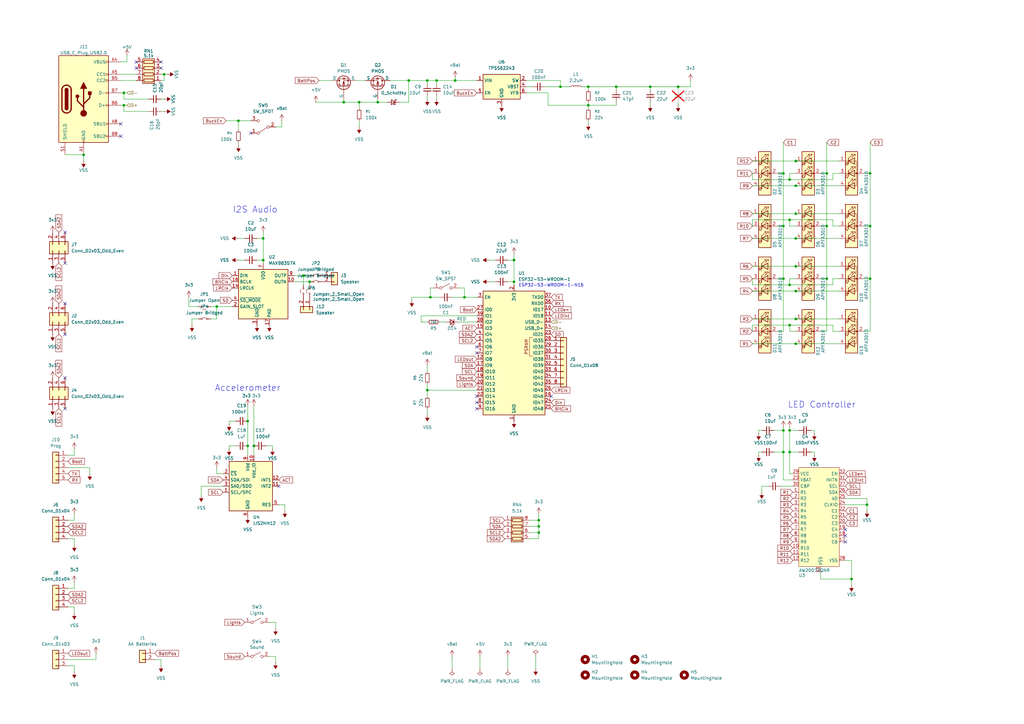
<source format=kicad_sch>
(kicad_sch (version 20250114) (generator "eeschema") (generator_version "9.0")
  (paper "A3")
  (lib_symbols
    (symbol "APFA3010_1" (pin_names (offset 0) (hide yes))
      (property "Reference" "D2" (at 4.064 -8.89 90))
      (property "Value" "APFA3010" (at 6.35 -8.89 90))
      (symbol "APFA3010_1_0_0"
        (text "R" (at -1.905 3.81 0) (effects (font (size 1.27 1.27))))
        (text "G" (at -1.905 -1.27 0) (effects (font (size 1.27 1.27))))
        (text "B" (at -1.905 -6.35 0) (effects (font (size 1.27 1.27))))
      )
      (symbol "APFA3010_1_1_1"
        (pin input line (at -5.08 5.08 0) (length 2.54) (name "R") (number "1"))
        (pin input line (at -5.08 0 0) (length 2.54) (name "G") (number "3"))
        (pin input line (at -5.08 -5.08 0) (length 2.54) (name "B") (number "4"))
        (pin input line (at 5.08 0 180) (length 2.54) (name "A") (number "2"))
      )
    )
    (symbol "APFA3010_2" (pin_names (offset 0) (hide yes))
      (property "Reference" "D5" (at 4.064 -8.89 90))
      (property "Value" "APFA3010" (at 6.35 -8.89 90))
      (symbol "APFA3010_2_0_0"
        (text "R" (at -1.905 3.81 0) (effects (font (size 1.27 1.27))))
        (text "G" (at -1.905 -1.27 0) (effects (font (size 1.27 1.27))))
        (text "B" (at -1.905 -6.35 0) (effects (font (size 1.27 1.27))))
      )
      (symbol "APFA3010_2_1_1"
        (pin input line (at -5.08 5.08 0) (length 2.54) (name "R") (number "1"))
        (pin input line (at -5.08 0 0) (length 2.54) (name "G") (number "3"))
        (pin input line (at -5.08 -5.08 0) (length 2.54) (name "B") (number "4"))
        (pin input line (at 5.08 0 180) (length 2.54) (name "A") (number "2"))
      )
    )
    (symbol "APFA3010_3" (pin_names (offset 0) (hide yes))
      (property "Reference" "D4" (at 4.064 -5.842 90))
      (property "Value" "APFA3010" (at 6.096 1.016 90))
      (symbol "APFA3010_3_0_0"
        (text "R" (at -1.905 3.81 0) (effects (font (size 1.27 1.27))))
        (text "G" (at -1.905 -1.27 0) (effects (font (size 1.27 1.27))))
        (text "B" (at -1.905 -6.35 0) (effects (font (size 1.27 1.27))))
      )
      (symbol "APFA3010_3_1_1"
        (pin input line (at -5.08 5.08 0) (length 2.54) (name "R") (number "1"))
        (pin input line (at -5.08 0 0) (length 2.54) (name "G") (number "3"))
        (pin input line (at -5.08 -5.08 0) (length 2.54) (name "B") (number "4"))
        (pin input line (at 5.08 0 180) (length 2.54) (name "A") (number "2"))
      )
    )
    (symbol "Audio:MAX98357A"
      (property "Reference" "U" (at -8.89 11.43 0))
      (property "Value" "MAX98357A" (at 10.16 11.43 0))
      (symbol "MAX98357A_1_1"
        (pin input line (at -12.7 7.62 0) (length 2.54) (name "DIN") (number "1"))
        (pin input line (at -12.7 5.08 0) (length 2.54) (name "BCLK") (number "16"))
        (pin input line (at -12.7 2.54 0) (length 2.54) (name "LRCLK") (number "14"))
        (pin input line (at -12.7 -2.54 0) (length 2.54) (name "~{SD_MODE}") (number "4"))
        (pin passive line (at -12.7 -5.08 0) (length 2.54) (name "GAIN_SLOT") (number "2"))
        (pin passive line (at -2.54 -12.7 90) (length 2.54) (hide yes) (name "GND") (number "11"))
        (pin passive line (at -2.54 -12.7 90) (length 2.54) (hide yes) (name "GND") (number "15"))
        (pin power_in line (at -2.54 -12.7 90) (length 2.54) (name "GND") (number "3"))
        (pin power_in line (at 0 12.7 270) (length 2.54) (name "VDD") (number "7"))
        (pin passive line (at 0 12.7 270) (length 2.54) (hide yes) (name "VDD") (number "8"))
        (pin unspecified line (at 2.54 -12.7 90) (length 2.54) (name "PAD") (number "17"))
        (pin no_connect line (at 10.16 2.54 180) (length 2.54) (hide yes) (name "NC") (number "5"))
        (pin no_connect line (at 10.16 0 180) (length 2.54) (hide yes) (name "NC") (number "6"))
        (pin no_connect line (at 10.16 -5.08 180) (length 2.54) (hide yes) (name "NC") (number "12"))
        (pin no_connect line (at 10.16 -7.62 180) (length 2.54) (hide yes) (name "NC") (number "13"))
        (pin output line (at 12.7 7.62 180) (length 2.54) (name "OUTP") (number "9"))
        (pin output line (at 12.7 5.08 180) (length 2.54) (name "OUTN") (number "10"))
      )
    )
    (symbol "BadgePiratesSymbolLibrary:USB_C_Plug_USB2.0" (pin_names (offset 1.016))
      (property "Reference" "J1" (at -10.16 20.32 0))
      (property "Value" "USB_C_Plug_USB2.0" (at 2.54 -20.32 0))
      (symbol "USB_C_Plug_USB2.0_0_0"
        (pin bidirectional line (at 15.24 2.54 180) (length 5.08) (name "D-") (number "B7"))
        (pin bidirectional line (at 15.24 -2.54 180) (length 5.08) (name "D+") (number "B6"))
        (pin bidirectional line (at 15.24 -10.16 180) (length 5.08) (name "SBU1") (number "A8"))
        (pin bidirectional line (at 15.24 -15.24 180) (length 5.08) (name "SBU2") (number "B8"))
      )
      (symbol "USB_C_Plug_USB2.0_1_1"
        (pin passive line (at -7.62 -22.86 90) (length 5.08) (name "SHIELD") (number "S1"))
        (pin passive line (at 0 -22.86 90) (length 5.08) (name "GND") (number "A1"))
        (pin passive line (at 0 -22.86 90) (length 5.08) (hide yes) (name "GND") (number "A12"))
        (pin passive line (at 0 -22.86 90) (length 5.08) (hide yes) (name "GND") (number "B1"))
        (pin passive line (at 0 -22.86 90) (length 5.08) (hide yes) (name "GND") (number "B12"))
        (pin passive line (at 15.24 15.24 180) (length 5.08) (name "VBUS") (number "A4"))
        (pin passive line (at 15.24 15.24 180) (length 5.08) (hide yes) (name "VBUS") (number "A9"))
        (pin passive line (at 15.24 15.24 180) (length 5.08) (hide yes) (name "VBUS") (number "B4"))
        (pin passive line (at 15.24 15.24 180) (length 5.08) (hide yes) (name "VBUS") (number "B9"))
        (pin passive line (at 15.24 10.16 180) (length 5.08) (name "CC1") (number "A5"))
        (pin passive line (at 15.24 7.62 180) (length 5.08) (name "CC2") (number "B5"))
        (pin bidirectional line (at 15.24 2.54 180) (length 5.08) (hide yes) (name "D-") (number "A7"))
        (pin bidirectional line (at 15.24 -2.54 180) (length 5.08) (hide yes) (name "D+") (number "A6"))
      )
    )
    (symbol "Connector_Generic:Conn_01x02" (pin_names (offset 1.016) (hide yes))
      (property "Reference" "J" (at 0 2.54 0))
      (property "Value" "Conn_01x02" (at 0 -5.08 0))
      (symbol "Conn_01x02_1_1"
        (pin passive line (at -5.08 0 0) (length 3.81) (name "Pin_1") (number "1"))
        (pin passive line (at -5.08 -2.54 0) (length 3.81) (name "Pin_2") (number "2"))
      )
    )
    (symbol "Connector_Generic:Conn_01x03" (pin_names (offset 1.016) (hide yes))
      (property "Reference" "J" (at 0 5.08 0))
      (property "Value" "Conn_01x03" (at 0 -5.08 0))
      (symbol "Conn_01x03_1_1"
        (pin passive line (at -5.08 2.54 0) (length 3.81) (name "Pin_1") (number "1"))
        (pin passive line (at -5.08 0 0) (length 3.81) (name "Pin_2") (number "2"))
        (pin passive line (at -5.08 -2.54 0) (length 3.81) (name "Pin_3") (number "3"))
      )
    )
    (symbol "Connector_Generic:Conn_01x04" (pin_names (offset 1.016) (hide yes))
      (property "Reference" "J" (at 0 5.08 0))
      (property "Value" "Conn_01x04" (at 0 -7.62 0))
      (symbol "Conn_01x04_1_1"
        (pin passive line (at -5.08 2.54 0) (length 3.81) (name "Pin_1") (number "1"))
        (pin passive line (at -5.08 0 0) (length 3.81) (name "Pin_2") (number "2"))
        (pin passive line (at -5.08 -2.54 0) (length 3.81) (name "Pin_3") (number "3"))
        (pin passive line (at -5.08 -5.08 0) (length 3.81) (name "Pin_4") (number "4"))
      )
    )
    (symbol "Connector_Generic:Conn_01x05" (pin_names (offset 1.016) (hide yes))
      (property "Reference" "J" (at 0 7.62 0))
      (property "Value" "Conn_01x05" (at 0 -7.62 0))
      (symbol "Conn_01x05_1_1"
        (pin passive line (at -5.08 5.08 0) (length 3.81) (name "Pin_1") (number "1"))
        (pin passive line (at -5.08 2.54 0) (length 3.81) (name "Pin_2") (number "2"))
        (pin passive line (at -5.08 0 0) (length 3.81) (name "Pin_3") (number "3"))
        (pin passive line (at -5.08 -2.54 0) (length 3.81) (name "Pin_4") (number "4"))
        (pin passive line (at -5.08 -5.08 0) (length 3.81) (name "Pin_5") (number "5"))
      )
    )
    (symbol "Connector_Generic:Conn_01x08" (pin_names (offset 1.016) (hide yes))
      (property "Reference" "J" (at 0 10.16 0))
      (property "Value" "Conn_01x08" (at 0 -12.7 0))
      (symbol "Conn_01x08_1_1"
        (pin passive line (at -5.08 7.62 0) (length 3.81) (name "Pin_1") (number "1"))
        (pin passive line (at -5.08 5.08 0) (length 3.81) (name "Pin_2") (number "2"))
        (pin passive line (at -5.08 2.54 0) (length 3.81) (name "Pin_3") (number "3"))
        (pin passive line (at -5.08 0 0) (length 3.81) (name "Pin_4") (number "4"))
        (pin passive line (at -5.08 -2.54 0) (length 3.81) (name "Pin_5") (number "5"))
        (pin passive line (at -5.08 -5.08 0) (length 3.81) (name "Pin_6") (number "6"))
        (pin passive line (at -5.08 -7.62 0) (length 3.81) (name "Pin_7") (number "7"))
        (pin passive line (at -5.08 -10.16 0) (length 3.81) (name "Pin_8") (number "8"))
      )
    )
    (symbol "Connector_Generic:Conn_02x03_Odd_Even" (pin_names (offset 1.016) (hide yes))
      (property "Reference" "J" (at 1.27 5.08 0))
      (property "Value" "Conn_02x03_Odd_Even" (at 1.27 -5.08 0))
      (symbol "Conn_02x03_Odd_Even_1_1"
        (pin passive line (at -5.08 2.54 0) (length 3.81) (name "Pin_1") (number "1"))
        (pin passive line (at -5.08 0 0) (length 3.81) (name "Pin_3") (number "3"))
        (pin passive line (at -5.08 -2.54 0) (length 3.81) (name "Pin_5") (number "5"))
        (pin passive line (at 7.62 2.54 180) (length 3.81) (name "Pin_2") (number "2"))
        (pin passive line (at 7.62 0 180) (length 3.81) (name "Pin_4") (number "4"))
        (pin passive line (at 7.62 -2.54 180) (length 3.81) (name "Pin_6") (number "6"))
      )
    )
    (symbol "Device:C_Small" (pin_numbers (hide yes)) (pin_names (offset 0.254) (hide yes))
      (property "Reference" "C" (at 0.254 1.778 0))
      (property "Value" "C_Small" (at 0.254 -2.032 0))
      (symbol "C_Small_1_1"
        (pin passive line (at 0 2.54 270) (length 2.032) (name "~") (number "1"))
        (pin passive line (at 0 -2.54 90) (length 2.032) (name "~") (number "2"))
      )
    )
    (symbol "Device:D_Schottky_Small" (pin_numbers (hide yes)) (pin_names (offset 0.254) (hide yes))
      (property "Reference" "D" (at -1.27 2.032 0))
      (property "Value" "D_Schottky_Small" (at -7.112 -2.032 0))
      (symbol "D_Schottky_Small_1_1"
        (pin passive line (at -2.54 0 0) (length 1.778) (name "K") (number "1"))
        (pin passive line (at 2.54 0 180) (length 1.778) (name "A") (number "2"))
      )
    )
    (symbol "Device:LED_Small" (pin_numbers (hide yes)) (pin_names (offset 0.254) (hide yes))
      (property "Reference" "D" (at -1.27 3.175 0))
      (property "Value" "LED_Small" (at -4.445 -2.54 0))
      (symbol "LED_Small_1_1"
        (pin passive line (at -2.54 0 0) (length 1.778) (name "K") (number "1"))
        (pin passive line (at 2.54 0 180) (length 1.778) (name "A") (number "2"))
      )
    )
    (symbol "Device:L_Small" (pin_numbers (hide yes)) (pin_names (offset 0.254) (hide yes))
      (property "Reference" "L" (at 0.762 1.016 0))
      (property "Value" "L_Small" (at 0.762 -1.016 0))
      (symbol "L_Small_1_1"
        (pin passive line (at 0 2.54 270) (length 0.508) (name "~") (number "1"))
        (pin passive line (at 0 -2.54 90) (length 0.508) (name "~") (number "2"))
      )
    )
    (symbol "Device:R_Pack04" (pin_names (offset 0) (hide yes))
      (property "Reference" "RN" (at -7.62 0 90))
      (property "Value" "R_Pack04" (at 5.08 0 90))
      (symbol "R_Pack04_1_1"
        (pin passive line (at -5.08 5.08 270) (length 2.54) (name "R1.2") (number "8"))
        (pin passive line (at -5.08 -5.08 90) (length 2.54) (name "R1.1") (number "1"))
        (pin passive line (at -2.54 5.08 270) (length 2.54) (name "R2.2") (number "7"))
        (pin passive line (at -2.54 -5.08 90) (length 2.54) (name "R2.1") (number "2"))
        (pin passive line (at 0 5.08 270) (length 2.54) (name "R3.2") (number "6"))
        (pin passive line (at 0 -5.08 90) (length 2.54) (name "R3.1") (number "3"))
        (pin passive line (at 2.54 5.08 270) (length 2.54) (name "R4.2") (number "5"))
        (pin passive line (at 2.54 -5.08 90) (length 2.54) (name "R4.1") (number "4"))
      )
    )
    (symbol "Device:R_Small" (pin_numbers (hide yes)) (pin_names (offset 0.254) (hide yes))
      (property "Reference" "R" (at 0 0 90))
      (property "Value" "R_Small" (at 1.778 0 90))
      (symbol "R_Small_1_1"
        (pin passive line (at 0 2.54 270) (length 0.762) (name "~") (number "1"))
        (pin passive line (at 0 -2.54 90) (length 0.762) (name "~") (number "2"))
      )
    )
    (symbol "Jumper:Jumper_2_Small_Bridged" (pin_numbers (hide yes)) (pin_names (offset 0) (hide yes))
      (property "Reference" "JP" (at 0 2.032 0))
      (property "Value" "Jumper_2_Small_Bridged" (at 0 -2.286 0))
      (symbol "Jumper_2_Small_Bridged_1_1"
        (pin passive line (at -2.54 0 0) (length 1.27) (name "A") (number "1"))
        (pin passive line (at 2.54 0 180) (length 1.27) (name "B") (number "2"))
      )
    )
    (symbol "Jumper_2_Small_Open_1" (pin_numbers (hide yes)) (pin_names (offset 0) (hide yes))
      (property "Reference" "JP" (at 0 2.794 0))
      (property "Value" "Jumper_2_Small_Open" (at 0 -2.286 0))
      (symbol "Jumper_2_Small_Open_1_1_1"
        (pin passive line (at -2.54 0 0) (length 1.27) (name "A") (number "1"))
        (pin passive line (at 2.54 0 180) (length 1.27) (name "B") (number "2"))
      )
    )
    (symbol "LED:APFA3010" (pin_names (offset 0) (hide yes))
      (property "Reference" "D" (at 0 10.16 0))
      (property "Value" "APFA3010" (at 0 -10.16 0))
      (symbol "APFA3010_0_0"
        (text "R" (at -1.905 3.81 0) (effects (font (size 1.27 1.27))))
        (text "G" (at -1.905 -1.27 0) (effects (font (size 1.27 1.27))))
        (text "B" (at -1.905 -6.35 0) (effects (font (size 1.27 1.27))))
      )
      (symbol "APFA3010_1_1"
        (pin input line (at -5.08 5.08 0) (length 2.54) (name "R") (number "1"))
        (pin input line (at -5.08 0 0) (length 2.54) (name "G") (number "3"))
        (pin input line (at -5.08 -5.08 0) (length 2.54) (name "B") (number "4"))
        (pin power_in line (at 5.08 0 180) (length 2.54) (name "A") (number "2"))
      )
    )
    (symbol "Mechanical:MountingHole" (pin_names (offset 1.016)) (exclude_from_sim yes) (in_bom no)
      (property "Reference" "H" (at 0 5.08 0))
      (property "Value" "MountingHole" (at 0 3.175 0))
    )
    (symbol "PMOS_1" (pin_numbers (hide yes)) (pin_names (offset 0))
      (property "Reference" "Q1" (at 8.89 0 90))
      (property "Value" "PMOS" (at 6.35 0 90))
      (symbol "PMOS_1_1_1"
        (pin input line (at -5.08 0 0) (length 2.54) (name "G") (number "1"))
        (pin passive line (at 2.54 5.08 270) (length 2.54) (name "D") (number "3"))
        (pin passive line (at 2.54 -5.08 90) (length 2.54) (name "S") (number "2"))
      )
    )
    (symbol "RF_Module:ESP32-S3-WROOM-1"
      (property "Reference" "U" (at -12.7 26.67 0))
      (property "Value" "ESP32-S3-WROOM-1" (at 12.7 26.67 0))
      (symbol "ESP32-S3-WROOM-1_0_0"
        (text "PSRAM" (at 5.08 2.54 900) (effects (font (size 1.27 1.27))))
      )
      (symbol "ESP32-S3-WROOM-1_1_1"
        (pin input line (at -15.24 22.86 0) (length 2.54) (name "EN") (number "3"))
        (pin bidirectional line (at -15.24 17.78 0) (length 2.54) (name "IO0") (number "27"))
        (pin bidirectional line (at -15.24 15.24 0) (length 2.54) (name "IO1") (number "39"))
        (pin bidirectional line (at -15.24 12.7 0) (length 2.54) (name "IO2") (number "38"))
        (pin bidirectional line (at -15.24 10.16 0) (length 2.54) (name "IO3") (number "15"))
        (pin bidirectional line (at -15.24 7.62 0) (length 2.54) (name "IO4") (number "4"))
        (pin bidirectional line (at -15.24 5.08 0) (length 2.54) (name "IO5") (number "5"))
        (pin bidirectional line (at -15.24 2.54 0) (length 2.54) (name "IO6") (number "6"))
        (pin bidirectional line (at -15.24 0 0) (length 2.54) (name "IO7") (number "7"))
        (pin bidirectional line (at -15.24 -2.54 0) (length 2.54) (name "IO8") (number "12"))
        (pin bidirectional line (at -15.24 -5.08 0) (length 2.54) (name "IO9") (number "17"))
        (pin bidirectional line (at -15.24 -7.62 0) (length 2.54) (name "IO10") (number "18"))
        (pin bidirectional line (at -15.24 -10.16 0) (length 2.54) (name "IO11") (number "19"))
        (pin bidirectional line (at -15.24 -12.7 0) (length 2.54) (name "IO12") (number "20"))
        (pin bidirectional line (at -15.24 -15.24 0) (length 2.54) (name "IO13") (number "21"))
        (pin bidirectional line (at -15.24 -17.78 0) (length 2.54) (name "IO14") (number "22"))
        (pin bidirectional line (at -15.24 -20.32 0) (length 2.54) (name "IO15") (number "8"))
        (pin bidirectional line (at -15.24 -22.86 0) (length 2.54) (name "IO16") (number "9"))
        (pin power_in line (at 0 27.94 270) (length 2.54) (name "3V3") (number "2"))
        (pin power_in line (at 0 -27.94 90) (length 2.54) (name "GND") (number "1"))
        (pin passive line (at 0 -27.94 90) (length 2.54) (hide yes) (name "GND") (number "40"))
        (pin passive line (at 0 -27.94 90) (length 2.54) (hide yes) (name "GND") (number "41"))
        (pin bidirectional line (at 15.24 22.86 180) (length 2.54) (name "TXD0") (number "37"))
        (pin bidirectional line (at 15.24 20.32 180) (length 2.54) (name "RXD0") (number "36"))
        (pin bidirectional line (at 15.24 17.78 180) (length 2.54) (name "IO17") (number "10"))
        (pin bidirectional line (at 15.24 15.24 180) (length 2.54) (name "IO18") (number "11"))
        (pin bidirectional line (at 15.24 12.7 180) (length 2.54) (name "USB_D-") (number "13"))
        (pin bidirectional line (at 15.24 10.16 180) (length 2.54) (name "USB_D+") (number "14"))
        (pin bidirectional line (at 15.24 7.62 180) (length 2.54) (name "IO21") (number "23"))
        (pin bidirectional line (at 15.24 5.08 180) (length 2.54) (name "IO35") (number "28"))
        (pin bidirectional line (at 15.24 2.54 180) (length 2.54) (name "IO36") (number "29"))
        (pin bidirectional line (at 15.24 0 180) (length 2.54) (name "IO37") (number "30"))
        (pin bidirectional line (at 15.24 -2.54 180) (length 2.54) (name "IO38") (number "31"))
        (pin bidirectional line (at 15.24 -5.08 180) (length 2.54) (name "IO39") (number "32"))
        (pin bidirectional line (at 15.24 -7.62 180) (length 2.54) (name "IO40") (number "33"))
        (pin bidirectional line (at 15.24 -10.16 180) (length 2.54) (name "IO41") (number "34"))
        (pin bidirectional line (at 15.24 -12.7 180) (length 2.54) (name "IO42") (number "35"))
        (pin bidirectional line (at 15.24 -15.24 180) (length 2.54) (name "IO45") (number "26"))
        (pin bidirectional line (at 15.24 -17.78 180) (length 2.54) (name "IO46") (number "16"))
        (pin bidirectional line (at 15.24 -20.32 180) (length 2.54) (name "IO47") (number "24"))
        (pin bidirectional line (at 15.24 -22.86 180) (length 2.54) (name "IO48") (number "25"))
      )
    )
    (symbol "R_Pack04_1" (pin_names (offset 0) (hide yes))
      (property "Reference" "RN" (at -7.62 0 90))
      (property "Value" "R_Pack04" (at 5.08 0 90))
      (symbol "R_Pack04_1_1_1"
        (pin passive line (at -5.08 5.08 270) (length 2.54) (name "R1.2") (number "8"))
        (pin passive line (at -5.08 -5.08 90) (length 2.54) (name "R1.1") (number "1"))
        (pin passive line (at -2.54 5.08 270) (length 2.54) (name "R2.2") (number "7"))
        (pin passive line (at -2.54 -5.08 90) (length 2.54) (name "R2.1") (number "2"))
        (pin passive line (at 0 5.08 270) (length 2.54) (name "R3.2") (number "6"))
        (pin passive line (at 0 -5.08 90) (length 2.54) (name "R3.1") (number "3"))
        (pin passive line (at 2.54 5.08 270) (length 2.54) (name "R4.2") (number "5"))
        (pin passive line (at 2.54 -5.08 90) (length 2.54) (name "R4.1") (number "4"))
      )
    )
    (symbol "Regulator_Switching:TPS562202"
      (property "Reference" "U" (at -7.62 6.35 0))
      (property "Value" "TPS562202" (at -2.54 6.35 0))
      (symbol "TPS562202_1_1"
        (pin power_in line (at -10.16 2.54 0) (length 2.54) (name "VIN") (number "1"))
        (pin input line (at -10.16 -2.54 0) (length 2.54) (name "EN") (number "5"))
        (pin power_in line (at 0 -7.62 90) (length 2.54) (name "GND") (number "3"))
        (pin output line (at 10.16 2.54 180) (length 2.54) (name "SW") (number "2"))
        (pin passive line (at 10.16 0 180) (length 2.54) (name "VBST") (number "4"))
        (pin input line (at 10.16 -2.54 180) (length 2.54) (name "VFB") (number "6"))
      )
    )
    (symbol "Sensor_Motion:LIS2HH12"
      (property "Reference" "U" (at -5.08 11.43 0))
      (property "Value" "LIS2HH12" (at 3.81 11.43 0))
      (symbol "LIS2HH12_1_1"
        (pin input line (at -10.16 5.08 0) (length 2.54) (name "~{CS}") (number "2"))
        (pin bidirectional line (at -10.16 2.54 0) (length 2.54) (name "SDA/SDI") (number "4"))
        (pin bidirectional line (at -10.16 0 0) (length 2.54) (name "SA0/SDO") (number "3"))
        (pin input line (at -10.16 -2.54 0) (length 2.54) (name "SCL/SPC") (number "1"))
        (pin power_in line (at 0 12.7 270) (length 2.54) (name "Vdd") (number "9"))
        (pin power_in line (at 0 -12.7 90) (length 2.54) (name "GND") (number "6"))
        (pin passive line (at 0 -12.7 90) (length 2.54) (hide yes) (name "GND") (number "7"))
        (pin passive line (at 0 -12.7 90) (length 2.54) (hide yes) (name "GND") (number "8"))
        (pin power_in line (at 2.54 12.7 270) (length 2.54) (name "Vdd_IO") (number "10"))
        (pin output line (at 12.7 2.54 180) (length 2.54) (name "INT1") (number "12"))
        (pin output line (at 12.7 0 180) (length 2.54) (name "INT2") (number "11"))
        (pin passive line (at 12.7 -7.62 180) (length 2.54) (name "RES") (number "5"))
      )
    )
    (symbol "Switch:SW_SPDT" (pin_names (offset 0) (hide yes))
      (property "Reference" "SW" (at 0 4.318 0))
      (property "Value" "SW_SPDT" (at 0 -5.08 0))
      (symbol "SW_SPDT_1_1"
        (pin passive line (at -5.08 0 0) (length 2.54) (name "B") (number "2"))
        (pin passive line (at 5.08 2.54 180) (length 2.54) (name "A") (number "1"))
        (pin passive line (at 5.08 -2.54 180) (length 2.54) (name "C") (number "3"))
      )
    )
    (symbol "Switch:SW_SPST" (pin_names (offset 0) (hide yes))
      (property "Reference" "SW" (at 0 3.175 0))
      (property "Value" "SW_SPST" (at 0 -2.54 0))
      (symbol "SW_SPST_1_1"
        (pin passive line (at -5.08 0 0) (length 2.54) (name "A") (number "1"))
        (pin passive line (at 5.08 0 180) (length 2.54) (name "B") (number "2"))
      )
    )
    (symbol "UE_LED:AW20072QNR"
      (property "Reference" "U3" (at -7.62 -25.146 0))
      (property "Value" "AW20072QNR" (at -2.54 -23.114 0))
      (symbol "AW20072QNR_1_1"
        (pin power_in line (at -11.43 16.51 0) (length 2.54) (name "VCC") (number "29"))
        (pin power_in line (at -11.43 13.97 0) (length 2.54) (hide yes) (name "VBAT") (number "13"))
        (pin power_in line (at -11.43 13.97 0) (length 2.54) (name "VBAT") (number "23"))
        (pin bidirectional line (at -11.43 11.43 0) (length 2.54) (name "CBP") (number "30"))
        (pin output line (at -11.43 8.89 0) (length 2.54) (name "R1") (number "1"))
        (pin output line (at -11.43 6.35 0) (length 2.54) (name "R2") (number "2"))
        (pin output line (at -11.43 3.81 0) (length 2.54) (name "R3") (number "3"))
        (pin output line (at -11.43 1.27 0) (length 2.54) (name "R4") (number "4"))
        (pin output line (at -11.43 -1.27 0) (length 2.54) (name "R5") (number "5"))
        (pin output line (at -11.43 -3.81 0) (length 2.54) (name "R6") (number "6"))
        (pin output line (at -11.43 -6.35 0) (length 2.54) (name "R7") (number "7"))
        (pin output line (at -11.43 -8.89 0) (length 2.54) (name "R8") (number "8"))
        (pin output line (at -11.43 -11.43 0) (length 2.54) (name "R9") (number "9"))
        (pin output line (at -11.43 -13.97 0) (length 2.54) (name "R10") (number "10"))
        (pin output line (at -11.43 -16.51 0) (length 2.54) (name "R11") (number "11"))
        (pin output line (at -11.43 -19.05 0) (length 2.54) (name "R12") (number "12"))
        (pin input line (at 0 -24.13 90) (length 2.54) (name "VSS") (number "33"))
        (pin input line (at 10.16 16.51 180) (length 2.54) (name "EN") (number "32"))
        (pin output line (at 10.16 13.97 180) (length 2.54) (name "INITN") (number "31"))
        (pin bidirectional line (at 10.16 11.43 180) (length 2.54) (name "SCL") (number "27"))
        (pin bidirectional line (at 10.16 8.89 180) (length 2.54) (name "SDA") (number "26"))
        (pin input line (at 10.16 6.35 180) (length 2.54) (name "AD") (number "25"))
        (pin bidirectional line (at 10.16 3.81 180) (length 2.54) (name "CLKIO") (number "24"))
        (pin output line (at 10.16 1.27 180) (length 2.54) (name "C1") (number "22"))
        (pin output line (at 10.16 -1.27 180) (length 2.54) (name "C2") (number "21"))
        (pin output line (at 10.16 -3.81 180) (length 2.54) (name "C3") (number "20"))
        (pin output line (at 10.16 -6.35 180) (length 2.54) (name "C4") (number "19"))
        (pin output line (at 10.16 -8.89 180) (length 2.54) (name "C5") (number "18"))
        (pin output line (at 10.16 -11.43 180) (length 2.54) (name "C6") (number "17"))
        (pin input line (at 10.16 -19.05 180) (length 2.54) (name "VSS") (number "28"))
      )
    )
    (symbol "power:+5V" (power) (pin_names (offset 0))
      (property "Value" "+5V" (at 0 3.556 0))
      (symbol "+5V_1_1"
        (pin power_in line (at 0 0 90) (length 0) (hide yes) (name "+5V") (number "1"))
      )
    )
    (symbol "power:PWR_FLAG" (power) (pin_numbers (hide yes)) (pin_names (offset 0) (hide yes))
      (property "Value" "PWR_FLAG" (at 0 3.81 0))
      (symbol "PWR_FLAG_0_0"
        (pin power_out line (at 0 0 90) (length 0) (name "~") (number "1"))
      )
    )
    (symbol "power:VCC" (power) (pin_numbers (hide yes)) (pin_names (offset 0) (hide yes))
      (property "Value" "VCC" (at 0 3.556 0))
      (symbol "VCC_1_1"
        (pin power_in line (at 0 0 90) (length 0) (name "~") (number "1"))
      )
    )
    (symbol "power:VDD" (power) (pin_numbers (hide yes)) (pin_names (offset 0) (hide yes))
      (property "Value" "VDD" (at 0 3.556 0))
      (symbol "VDD_1_1"
        (pin power_in line (at 0 0 90) (length 0) (name "~") (number "1"))
      )
    )
    (symbol "power:VSS" (power) (pin_numbers (hide yes)) (pin_names (offset 0) (hide yes))
      (property "Value" "VSS" (at 0 3.556 0))
      (symbol "VSS_1_1"
        (pin power_in line (at 0 0 90) (length 0) (name "~") (number "1"))
      )
    )
  )
  (text "ESP32-S3-WROOM-1-N16\n" (at 226.06 117.094 0) (effects (font (size 1.27 1.27))))
  (text "Accelerometer" (at 101.6 159.258 0) (effects (font (size 2.54 2.54))))
  (text "LED Controller" (at 337.058 166.116 0) (effects (font (size 2.54 2.54))))
  (text "I2S Audio" (at 104.648 86.106 0) (effects (font (size 2.54 2.54))))
  (junction (at 97.79 49.53))
  (junction (at 101.6 182.88))
  (junction (at 339.09 71.12))
  (junction (at 88.9 125.73))
  (junction (at 321.31 185.42))
  (junction (at 124.46 113.03))
  (junction (at 104.14 182.88))
  (junction (at 50.8 43.18))
  (junction (at 326.39 140.97))
  (junction (at 321.31 71.12))
  (junction (at 186.69 33.02))
  (junction (at 127 115.57))
  (junction (at 229.87 35.56))
  (junction (at 67.31 30.48) (diameter 0.9144))
  (junction (at 154.94 41.91))
  (junction (at 355.6 207.01))
  (junction (at 50.8 38.1))
  (junction (at 241.3 43.18))
  (junction (at 175.26 33.02))
  (junction (at 278.13 35.56))
  (junction (at 326.39 119.38))
  (junction (at 140.97 41.91))
  (junction (at 356.87 71.12))
  (junction (at 179.07 33.02))
  (junction (at 323.85 90.17))
  (junction (at 323.85 116.84))
  (junction (at 241.3 35.56))
  (junction (at 266.7 35.56))
  (junction (at 356.87 114.3))
  (junction (at 107.95 97.79))
  (junction (at 167.64 33.02))
  (junction (at 339.09 92.71))
  (junction (at 321.31 114.3))
  (junction (at 326.39 76.2))
  (junction (at 339.09 114.3))
  (junction (at 323.85 133.35))
  (junction (at 101.6 172.72))
  (junction (at 190.5 121.92))
  (junction (at 326.39 87.63))
  (junction (at 323.85 73.66))
  (junction (at 220.98 218.44))
  (junction (at 34.29 63.5))
  (junction (at 220.98 215.9))
  (junction (at 175.26 160.02))
  (junction (at 210.82 115.57))
  (junction (at 321.31 176.53))
  (junction (at 349.25 237.49))
  (junction (at 326.39 130.81))
  (junction (at 176.53 121.92))
  (junction (at 326.39 66.04))
  (junction (at 323.85 185.42))
  (junction (at 326.39 97.79))
  (junction (at 147.32 41.91))
  (junction (at 107.95 106.68))
  (junction (at 323.85 176.53))
  (junction (at 321.31 92.71))
  (junction (at 326.39 109.22))
  (junction (at 220.98 213.36))
  (junction (at 356.87 92.71))
  (junction (at 252.73 35.56))
  (junction (at 210.82 106.68))
  (no_connect (at 195.58 165.1))
  (no_connect (at 26.67 137.16))
  (no_connect (at 346.71 222.25))
  (no_connect (at 226.06 162.56))
  (no_connect (at 26.67 167.64))
  (no_connect (at 26.67 124.46))
  (no_connect (at 114.3 199.39))
  (no_connect (at 49.53 50.8))
  (no_connect (at 195.58 167.64))
  (no_connect (at 195.58 162.56))
  (no_connect (at 346.71 219.71))
  (no_connect (at 346.71 217.17))
  (no_connect (at 195.58 142.24))
  (no_connect (at 26.67 154.94))
  (no_connect (at 195.58 144.78))
  (no_connect (at 66.04 25.4))
  (no_connect (at 49.53 55.88))
  (no_connect (at 55.88 25.4))
  (no_connect (at 26.67 95.25))
  (no_connect (at 66.04 27.94))
  (no_connect (at 102.87 54.61))
  (no_connect (at 26.67 107.95))
  (no_connect (at 55.88 27.94))
  (wire (pts (xy 354.33 71.12) (xy 356.87 71.12)))
  (wire (pts (xy 175.26 33.02) (xy 179.07 33.02)))
  (wire (pts (xy 30.48 241.3) (xy 27.94 241.3)))
  (wire (pts (xy 215.9 35.56) (xy 218.44 35.56)))
  (wire (pts (xy 349.25 229.87) (xy 346.71 229.87)))
  (wire (pts (xy 283.21 33.02) (xy 283.21 35.56)))
  (wire (pts (xy 341.63 114.3) (xy 341.63 116.84)))
  (wire (pts (xy 349.25 240.03) (xy 349.25 237.49)))
  (wire (pts (xy 278.13 35.56) (xy 278.13 36.83)))
  (wire (pts (xy 97.79 53.34) (xy 97.79 49.53)))
  (wire (pts (xy 344.17 140.97) (xy 326.39 140.97)))
  (wire (pts (xy 66.04 45.72) (xy 67.31 45.72)))
  (wire (pts (xy 334.01 186.69) (xy 334.01 185.42)))
  (wire (pts (xy 30.48 223.52) (xy 30.48 220.98)))
  (wire (pts (xy 341.63 135.89) (xy 341.63 133.35)))
  (wire (pts (xy 266.7 35.56) (xy 266.7 36.83)))
  (wire (pts (xy 241.3 35.56) (xy 252.73 35.56)))
  (wire (pts (xy 326.39 71.12) (xy 323.85 71.12)))
  (wire (pts (xy 278.13 35.56) (xy 283.21 35.56)))
  (wire (pts (xy 154.94 41.91) (xy 154.94 40.64)))
  (wire (pts (xy 30.48 213.36) (xy 27.94 213.36)))
  (wire (pts (xy 115.57 49.53) (xy 115.57 52.07)))
  (wire (pts (xy 67.31 30.48) (xy 67.31 33.02)))
  (wire (pts (xy 88.9 194.31) (xy 91.44 194.31)))
  (wire (pts (xy 77.47 125.73) (xy 81.28 125.73)))
  (wire (pts (xy 97.79 58.42) (xy 97.79 59.69)))
  (wire (pts (xy 241.3 49.53) (xy 241.3 50.8)))
  (wire (pts (xy 321.31 92.71) (xy 321.31 114.3)))
  (wire (pts (xy 220.98 220.98) (xy 220.98 218.44)))
  (wire (pts (xy 180.34 132.08) (xy 182.88 132.08)))
  (wire (pts (xy 321.31 185.42) (xy 321.31 196.85)))
  (wire (pts (xy 175.26 33.02) (xy 175.26 34.29)))
  (wire (pts (xy 339.09 114.3) (xy 339.09 135.89)))
  (wire (pts (xy 336.55 114.3) (xy 339.09 114.3)))
  (wire (pts (xy 67.31 30.48) (xy 68.58 30.48)))
  (wire (pts (xy 252.73 43.18) (xy 241.3 43.18)))
  (wire (pts (xy 187.96 118.11) (xy 190.5 118.11)))
  (wire (pts (xy 344.17 114.3) (xy 341.63 114.3)))
  (wire (pts (xy 107.95 95.25) (xy 107.95 97.79)))
  (wire (pts (xy 321.31 176.53) (xy 317.5 176.53)))
  (wire (pts (xy 336.55 71.12) (xy 339.09 71.12)))
  (wire (pts (xy 78.74 133.35) (xy 78.74 130.81)))
  (wire (pts (xy 185.42 269.24) (xy 185.42 274.32)))
  (wire (pts (xy 113.03 269.24) (xy 110.49 269.24)))
  (wire (pts (xy 217.17 220.98) (xy 220.98 220.98)))
  (wire (pts (xy 323.85 176.53) (xy 327.66 176.53)))
  (wire (pts (xy 179.07 33.02) (xy 179.07 34.29)))
  (wire (pts (xy 167.64 33.02) (xy 175.26 33.02)))
  (wire (pts (xy 321.31 176.53) (xy 321.31 185.42)))
  (wire (pts (xy 179.07 39.37) (xy 179.07 40.64)))
  (wire (pts (xy 217.17 213.36) (xy 220.98 213.36)))
  (wire (pts (xy 52.07 25.4) (xy 52.07 22.86)))
  (wire (pts (xy 86.36 125.73) (xy 88.9 125.73)))
  (wire (pts (xy 27.94 191.77) (xy 36.83 191.77)))
  (wire (pts (xy 308.61 119.38) (xy 326.39 119.38)))
  (wire (pts (xy 323.85 133.35) (xy 308.61 133.35)))
  (wire (pts (xy 326.39 66.04) (xy 344.17 66.04)))
  (wire (pts (xy 252.73 35.56) (xy 266.7 35.56)))
  (wire (pts (xy 66.04 33.02) (xy 67.31 33.02)))
  (wire (pts (xy 30.48 210.82) (xy 30.48 213.36)))
  (wire (pts (xy 195.58 33.02) (xy 186.69 33.02)))
  (wire (pts (xy 356.87 92.71) (xy 356.87 114.3)))
  (wire (pts (xy 30.48 186.69) (xy 27.94 186.69)))
  (wire (pts (xy 341.63 133.35) (xy 323.85 133.35)))
  (wire (pts (xy 326.39 87.63) (xy 344.17 87.63)))
  (wire (pts (xy 215.9 33.02) (xy 229.87 33.02)))
  (wire (pts (xy 49.53 33.02) (xy 55.88 33.02)))
  (wire (pts (xy 168.91 123.19) (xy 168.91 121.92)))
  (wire (pts (xy 50.8 40.64) (xy 50.8 38.1)))
  (wire (pts (xy 355.6 207.01) (xy 355.6 204.47)))
  (wire (pts (xy 323.85 114.3) (xy 323.85 116.84)))
  (wire (pts (xy 172.72 132.08) (xy 172.72 129.54)))
  (wire (pts (xy 220.98 215.9) (xy 217.17 215.9)))
  (wire (pts (xy 120.65 115.57) (xy 127 115.57)))
  (wire (pts (xy 200.66 115.57) (xy 203.2 115.57)))
  (wire (pts (xy 107.95 97.79) (xy 107.95 106.68)))
  (wire (pts (xy 50.8 43.18) (xy 52.07 43.18)))
  (wire (pts (xy 127 115.57) (xy 127 116.84)))
  (wire (pts (xy 116.84 209.55) (xy 116.84 207.01)))
  (wire (pts (xy 104.14 166.37) (xy 104.14 182.88)))
  (wire (pts (xy 354.33 114.3) (xy 356.87 114.3)))
  (wire (pts (xy 224.79 38.1) (xy 224.79 43.18)))
  (wire (pts (xy 326.39 135.89) (xy 323.85 135.89)))
  (wire (pts (xy 321.31 71.12) (xy 321.31 92.71)))
  (wire (pts (xy 176.53 121.92) (xy 180.34 121.92)))
  (wire (pts (xy 336.55 135.89) (xy 339.09 135.89)))
  (wire (pts (xy 49.53 30.48) (xy 55.88 30.48)))
  (wire (pts (xy 252.73 35.56) (xy 252.73 36.83)))
  (wire (pts (xy 101.6 172.72) (xy 101.6 182.88)))
  (wire (pts (xy 308.61 97.79) (xy 326.39 97.79)))
  (wire (pts (xy 36.83 194.31) (xy 36.83 191.77)))
  (wire (pts (xy 266.7 35.56) (xy 278.13 35.56)))
  (wire (pts (xy 196.85 269.24) (xy 196.85 274.32)))
  (wire (pts (xy 27.94 270.51) (xy 39.37 270.51)))
  (wire (pts (xy 60.96 40.64) (xy 50.8 40.64)))
  (wire (pts (xy 326.39 109.22) (xy 344.17 109.22)))
  (wire (pts (xy 175.26 167.64) (xy 175.26 170.18)))
  (wire (pts (xy 341.63 92.71) (xy 341.63 90.17)))
  (wire (pts (xy 241.3 41.91) (xy 241.3 43.18)))
  (wire (pts (xy 187.96 132.08) (xy 195.58 132.08)))
  (wire (pts (xy 336.55 92.71) (xy 339.09 92.71)))
  (wire (pts (xy 341.63 116.84) (xy 323.85 116.84)))
  (wire (pts (xy 344.17 71.12) (xy 341.63 71.12)))
  (wire (pts (xy 92.71 49.53) (xy 97.79 49.53)))
  (wire (pts (xy 220.98 218.44) (xy 220.98 215.9)))
  (wire (pts (xy 26.67 63.5) (xy 34.29 63.5)))
  (wire (pts (xy 334.01 185.42) (xy 332.74 185.42)))
  (wire (pts (xy 334.01 176.53) (xy 332.74 176.53)))
  (wire (pts (xy 323.85 116.84) (xy 308.61 116.84)))
  (wire (pts (xy 30.48 275.59) (xy 30.48 273.05)))
  (wire (pts (xy 88.9 125.73) (xy 88.9 130.81)))
  (wire (pts (xy 355.6 209.55) (xy 355.6 207.01)))
  (wire (pts (xy 321.31 185.42) (xy 317.5 185.42)))
  (wire (pts (xy 356.87 114.3) (xy 356.87 135.89)))
  (wire (pts (xy 168.91 121.92) (xy 176.53 121.92)))
  (wire (pts (xy 208.28 269.24) (xy 208.28 274.32)))
  (wire (pts (xy 238.76 35.56) (xy 241.3 35.56)))
  (wire (pts (xy 326.39 76.2) (xy 344.17 76.2)))
  (wire (pts (xy 30.48 184.15) (xy 30.48 186.69)))
  (wire (pts (xy 346.71 207.01) (xy 355.6 207.01)))
  (wire (pts (xy 186.69 31.75) (xy 186.69 33.02)))
  (wire (pts (xy 30.48 220.98) (xy 27.94 220.98)))
  (wire (pts (xy 326.39 140.97) (xy 308.61 140.97)))
  (wire (pts (xy 50.8 45.72) (xy 50.8 43.18)))
  (wire (pts (xy 88.9 130.81) (xy 86.36 130.81)))
  (wire (pts (xy 186.69 33.02) (xy 179.07 33.02)))
  (wire (pts (xy 50.8 45.72) (xy 60.96 45.72)))
  (wire (pts (xy 323.85 92.71) (xy 323.85 90.17)))
  (wire (pts (xy 355.6 204.47) (xy 346.71 204.47)))
  (wire (pts (xy 217.17 218.44) (xy 220.98 218.44)))
  (wire (pts (xy 82.55 203.2) (xy 82.55 199.39)))
  (wire (pts (xy 93.98 172.72) (xy 96.52 172.72)))
  (wire (pts (xy 78.74 130.81) (xy 81.28 130.81)))
  (wire (pts (xy 241.3 43.18) (xy 241.3 44.45)))
  (wire (pts (xy 308.61 66.04) (xy 326.39 66.04)))
  (wire (pts (xy 101.6 166.37) (xy 101.6 172.72)))
  (wire (pts (xy 175.26 132.08) (xy 172.72 132.08)))
  (wire (pts (xy 219.71 269.24) (xy 219.71 274.32)))
  (wire (pts (xy 344.17 135.89) (xy 341.63 135.89)))
  (wire (pts (xy 215.9 38.1) (xy 224.79 38.1)))
  (wire (pts (xy 308.61 109.22) (xy 326.39 109.22)))
  (wire (pts (xy 323.85 73.66) (xy 308.61 73.66)))
  (wire (pts (xy 354.33 135.89) (xy 356.87 135.89)))
  (wire (pts (xy 334.01 176.53) (xy 334.01 177.8)))
  (wire (pts (xy 349.25 237.49) (xy 349.25 229.87)))
  (wire (pts (xy 311.15 176.53) (xy 312.42 176.53)))
  (wire (pts (xy 339.09 58.42) (xy 339.09 71.12)))
  (wire (pts (xy 154.94 41.91) (xy 158.75 41.91)))
  (wire (pts (xy 167.64 41.91) (xy 167.64 33.02)))
  (wire (pts (xy 326.39 114.3) (xy 323.85 114.3)))
  (wire (pts (xy 66.04 40.64) (xy 67.31 40.64)))
  (wire (pts (xy 66.04 30.48) (xy 67.31 30.48)))
  (wire (pts (xy 229.87 33.02) (xy 229.87 35.56)))
  (wire (pts (xy 326.39 119.38) (xy 344.17 119.38)))
  (wire (pts (xy 172.72 129.54) (xy 195.58 129.54)))
  (wire (pts (xy 220.98 213.36) (xy 220.98 215.9)))
  (wire (pts (xy 312.42 199.39) (xy 314.96 199.39)))
  (wire (pts (xy 130.81 33.02) (xy 135.89 33.02)))
  (wire (pts (xy 97.79 49.53) (xy 102.87 49.53)))
  (wire (pts (xy 326.39 97.79) (xy 344.17 97.79)))
  (wire (pts (xy 323.85 90.17) (xy 341.63 90.17)))
  (wire (pts (xy 160.02 33.02) (xy 167.64 33.02)))
  (wire (pts (xy 120.65 113.03) (xy 124.46 113.03)))
  (wire (pts (xy 336.55 237.49) (xy 349.25 237.49)))
  (wire (pts (xy 341.63 73.66) (xy 323.85 73.66)))
  (wire (pts (xy 252.73 41.91) (xy 252.73 43.18)))
  (wire (pts (xy 97.79 106.68) (xy 100.33 106.68)))
  (wire (pts (xy 326.39 92.71) (xy 323.85 92.71)))
  (wire (pts (xy 66.04 273.05) (xy 66.04 270.51)))
  (wire (pts (xy 266.7 41.91) (xy 266.7 43.18)))
  (wire (pts (xy 175.26 160.02) (xy 175.26 157.48)))
  (wire (pts (xy 308.61 76.2) (xy 326.39 76.2)))
  (wire (pts (xy 93.98 182.88) (xy 96.52 182.88)))
  (wire (pts (xy 354.33 92.71) (xy 356.87 92.71)))
  (wire (pts (xy 308.61 116.84) (xy 308.61 114.3)))
  (wire (pts (xy 113.03 257.81) (xy 113.03 255.27)))
  (wire (pts (xy 320.04 199.39) (xy 325.12 199.39)))
  (wire (pts (xy 224.79 43.18) (xy 241.3 43.18)))
  (wire (pts (xy 241.3 35.56) (xy 241.3 36.83)))
  (wire (pts (xy 323.85 185.42) (xy 323.85 194.31)))
  (wire (pts (xy 210.82 104.14) (xy 210.82 106.68)))
  (wire (pts (xy 208.28 106.68) (xy 210.82 106.68)))
  (wire (pts (xy 107.95 106.68) (xy 107.95 107.95)))
  (wire (pts (xy 311.15 186.69) (xy 311.15 185.42)))
  (wire (pts (xy 34.29 63.5) (xy 34.29 66.04)))
  (wire (pts (xy 175.26 160.02) (xy 175.26 162.56)))
  (wire (pts (xy 109.22 182.88) (xy 111.76 182.88)))
  (wire (pts (xy 190.5 118.11) (xy 190.5 121.92)))
  (wire (pts (xy 140.97 41.91) (xy 147.32 41.91)))
  (wire (pts (xy 190.5 121.92) (xy 195.58 121.92)))
  (wire (pts (xy 323.85 90.17) (xy 308.61 90.17)))
  (wire (pts (xy 116.84 207.01) (xy 114.3 207.01)))
  (wire (pts (xy 321.31 114.3) (xy 321.31 135.89)))
  (wire (pts (xy 344.17 92.71) (xy 341.63 92.71)))
  (wire (pts (xy 140.97 40.64) (xy 140.97 41.91)))
  (wire (pts (xy 356.87 71.12) (xy 356.87 92.71)))
  (wire (pts (xy 323.85 185.42) (xy 327.66 185.42)))
  (wire (pts (xy 323.85 71.12) (xy 323.85 73.66)))
  (wire (pts (xy 105.41 97.79) (xy 107.95 97.79)))
  (wire (pts (xy 323.85 135.89) (xy 323.85 133.35)))
  (wire (pts (xy 312.42 201.93) (xy 312.42 199.39)))
  (wire (pts (xy 104.14 182.88) (xy 104.14 186.69)))
  (wire (pts (xy 146.05 33.02) (xy 149.86 33.02)))
  (wire (pts (xy 147.32 41.91) (xy 147.32 44.45)))
  (wire (pts (xy 220.98 210.82) (xy 220.98 213.36)))
  (wire (pts (xy 229.87 35.56) (xy 233.68 35.56)))
  (wire (pts (xy 318.77 71.12) (xy 321.31 71.12)))
  (wire (pts (xy 323.85 176.53) (xy 323.85 185.42)))
  (wire (pts (xy 308.61 130.81) (xy 326.39 130.81)))
  (wire (pts (xy 30.48 248.92) (xy 27.94 248.92)))
  (wire (pts (xy 93.98 173.99) (xy 93.98 172.72)))
  (wire (pts (xy 30.48 251.46) (xy 30.48 248.92)))
  (wire (pts (xy 88.9 191.77) (xy 88.9 194.31)))
  (wire (pts (xy 321.31 58.42) (xy 321.31 71.12)))
  (wire (pts (xy 318.77 135.89) (xy 321.31 135.89)))
  (wire (pts (xy 49.53 38.1) (xy 50.8 38.1)))
  (wire (pts (xy 339.09 71.12) (xy 339.09 92.71)))
  (wire (pts (xy 50.8 38.1) (xy 52.07 38.1)))
  (wire (pts (xy 308.61 73.66) (xy 308.61 71.12)))
  (wire (pts (xy 49.53 43.18) (xy 50.8 43.18)))
  (wire (pts (xy 195.58 160.02) (xy 175.26 160.02)))
  (wire (pts (xy 336.55 234.95) (xy 336.55 237.49)))
  (wire (pts (xy 113.03 255.27) (xy 110.49 255.27)))
  (wire (pts (xy 223.52 35.56) (xy 229.87 35.56)))
  (wire (pts (xy 210.82 106.68) (xy 210.82 115.57)))
  (wire (pts (xy 105.41 106.68) (xy 107.95 106.68)))
  (wire (pts (xy 200.66 106.68) (xy 203.2 106.68)))
  (wire (pts (xy 325.12 196.85) (xy 321.31 196.85)))
  (wire (pts (xy 77.47 121.92) (xy 77.47 125.73)))
  (wire (pts (xy 339.09 92.71) (xy 339.09 114.3)))
  (wire (pts (xy 63.5 270.51) (xy 66.04 270.51)))
  (wire (pts (xy 111.76 182.88) (xy 111.76 184.15)))
  (wire (pts (xy 124.46 113.03) (xy 127 113.03)))
  (wire (pts (xy 113.03 271.78) (xy 113.03 269.24)))
  (wire (pts (xy 325.12 194.31) (xy 323.85 194.31)))
  (wire (pts (xy 341.63 71.12) (xy 341.63 73.66)))
  (wire (pts (xy 308.61 90.17) (xy 308.61 92.71)))
  (wire (pts (xy 39.37 267.97) (xy 39.37 270.51)))
  (wire (pts (xy 147.32 41.91) (xy 154.94 41.91)))
  (wire (pts (xy 101.6 182.88) (xy 101.6 186.69)))
  (wire (pts (xy 356.87 58.42) (xy 356.87 71.12)))
  (wire (pts (xy 185.42 121.92) (xy 190.5 121.92)))
  (wire (pts (xy 163.83 41.91) (xy 167.64 41.91)))
  (wire (pts (xy 97.79 97.79) (xy 100.33 97.79)))
  (wire (pts (xy 82.55 199.39) (xy 91.44 199.39)))
  (wire (pts (xy 124.46 113.03) (xy 124.46 116.84)))
  (wire (pts (xy 88.9 125.73) (xy 95.25 125.73)))
  (wire (pts (xy 326.39 130.81) (xy 344.17 130.81)))
  (wire (pts (xy 321.31 175.26) (xy 321.31 176.53)))
  (wire (pts (xy 147.32 49.53) (xy 147.32 52.07)))
  (wire (pts (xy 30.48 238.76) (xy 30.48 241.3)))
  (wire (pts (xy 278.13 41.91) (xy 278.13 43.18)))
  (wire (pts (xy 176.53 118.11) (xy 176.53 121.92)))
  (wire (pts (xy 129.54 41.91) (xy 140.97 41.91)))
  (wire (pts (xy 318.77 92.71) (xy 321.31 92.71)))
  (wire (pts (xy 175.26 39.37) (xy 175.26 40.64)))
  (wire (pts (xy 113.03 52.07) (xy 115.57 52.07)))
  (wire (pts (xy 30.48 273.05) (xy 27.94 273.05)))
  (wire (pts (xy 177.8 118.11) (xy 176.53 118.11)))
  (wire (pts (xy 210.82 115.57) (xy 210.82 116.84)))
  (wire (pts (xy 175.26 149.86) (xy 175.26 152.4)))
  (wire (pts (xy 311.15 185.42) (xy 312.42 185.42)))
  (wire (pts (xy 323.85 175.26) (xy 323.85 176.53)))
  (wire (pts (xy 49.53 25.4) (xy 52.07 25.4)))
  (wire (pts (xy 93.98 184.15) (xy 93.98 182.88)))
  (wire (pts (xy 318.77 114.3) (xy 321.31 114.3)))
  (wire (pts (xy 311.15 176.53) (xy 311.15 177.8)))
  (wire (pts (xy 308.61 133.35) (xy 308.61 135.89)))
  (wire (pts (xy 208.28 115.57) (xy 210.82 115.57)))
  (wire (pts (xy 308.61 87.63) (xy 326.39 87.63)))
  (global_label "RX" (shape input) (at 27.94 196.85 0) (property "Intersheetrefs" "${INTERSHEET_REFS}" (effects (hide yes))))
  (global_label "Boot" (shape input) (at 27.94 189.23 0) (property "Intersheetrefs" "${INTERSHEET_REFS}" (effects (hide yes))))
  (global_label "SCL2" (shape input) (at 207.01 218.44 180) (property "Intersheetrefs" "${INTERSHEET_REFS}" (effects (hide yes))))
  (global_label "R2" (shape input) (at 308.61 135.89 180) (property "Intersheetrefs" "${INTERSHEET_REFS}" (effects (hide yes))))
  (global_label "Boot" (shape input) (at 195.58 127 180) (property "Intersheetrefs" "${INTERSHEET_REFS}" (effects (hide yes))))
  (global_label "R9" (shape input) (at 325.12 222.25 180) (property "Intersheetrefs" "${INTERSHEET_REFS}" (effects (hide yes))))
  (global_label "R3" (shape input) (at 308.61 130.81 180) (property "Intersheetrefs" "${INTERSHEET_REFS}" (effects (hide yes))))
  (global_label "LEDen" (shape input) (at 226.06 127 0) (property "Intersheetrefs" "${INTERSHEET_REFS}" (effects (hide yes))))
  (global_label "SCL2" (shape input) (at 195.58 139.7 180) (property "Intersheetrefs" "${INTERSHEET_REFS}" (effects (hide yes))))
  (global_label "SDA" (shape input) (at 207.01 215.9 180) (property "Intersheetrefs" "${INTERSHEET_REFS}" (effects (hide yes))))
  (global_label "R11" (shape input) (at 325.12 227.33 180) (property "Intersheetrefs" "${INTERSHEET_REFS}" (effects (hide yes))))
  (global_label "SDA2" (shape input) (at 27.94 243.84 0) (property "Intersheetrefs" "${INTERSHEET_REFS}" (effects (hide yes))))
  (global_label "SDA2" (shape input) (at 24.13 124.46 90) (property "Intersheetrefs" "${INTERSHEET_REFS}" (effects (hide yes))))
  (global_label "R7" (shape input) (at 308.61 97.79 180) (property "Intersheetrefs" "${INTERSHEET_REFS}" (effects (hide yes))))
  (global_label "SCL2" (shape input) (at 27.94 246.38 0) (property "Intersheetrefs" "${INTERSHEET_REFS}" (effects (hide yes))))
  (global_label "SDA2" (shape input) (at 24.13 154.94 90) (property "Intersheetrefs" "${INTERSHEET_REFS}" (effects (hide yes))))
  (global_label "ACT" (shape input) (at 114.3 196.85 0) (property "Intersheetrefs" "${INTERSHEET_REFS}" (effects (hide yes))))
  (global_label "SD" (shape input) (at 95.25 123.19 180) (property "Intersheetrefs" "${INTERSHEET_REFS}" (effects (hide yes))))
  (global_label "R11" (shape input) (at 308.61 71.12 180) (property "Intersheetrefs" "${INTERSHEET_REFS}" (effects (hide yes))))
  (global_label "C3" (shape input) (at 356.87 58.42 0) (property "Intersheetrefs" "${INTERSHEET_REFS}" (effects (hide yes))))
  (global_label "R3" (shape input) (at 325.12 207.01 180) (property "Intersheetrefs" "${INTERSHEET_REFS}" (effects (hide yes))))
  (global_label "R5" (shape input) (at 308.61 114.3 180) (property "Intersheetrefs" "${INTERSHEET_REFS}" (effects (hide yes))))
  (global_label "R10" (shape input) (at 308.61 92.71 180) (property "Intersheetrefs" "${INTERSHEET_REFS}" (effects (hide yes))))
  (global_label "SDA2" (shape input) (at 24.13 95.25 90) (property "Intersheetrefs" "${INTERSHEET_REFS}" (effects (hide yes))))
  (global_label "BattPos" (shape input) (at 130.81 33.02 180) (property "Intersheetrefs" "${INTERSHEET_REFS}" (effects (hide yes))))
  (global_label "R7" (shape input) (at 325.12 217.17 180) (property "Intersheetrefs" "${INTERSHEET_REFS}" (effects (hide yes))))
  (global_label "SCL2" (shape input) (at 24.13 107.95 270) (property "Intersheetrefs" "${INTERSHEET_REFS}" (effects (hide yes))))
  (global_label "TX" (shape input) (at 226.06 121.92 0) (property "Intersheetrefs" "${INTERSHEET_REFS}" (effects (hide yes))))
  (global_label "R10" (shape input) (at 325.12 224.79 180) (property "Intersheetrefs" "${INTERSHEET_REFS}" (effects (hide yes))))
  (global_label "Sound" (shape input) (at 195.58 154.94 180) (property "Intersheetrefs" "${INTERSHEET_REFS}" (effects (hide yes))))
  (global_label "SCL" (shape input) (at 91.44 201.93 180) (property "Intersheetrefs" "${INTERSHEET_REFS}" (effects (hide yes))))
  (global_label "LEDen" (shape input) (at 346.71 194.31 0) (property "Intersheetrefs" "${INTERSHEET_REFS}" (effects (hide yes))))
  (global_label "BitClk" (shape input) (at 226.06 167.64 0) (property "Intersheetrefs" "${INTERSHEET_REFS}" (effects (hide yes))))
  (global_label "BuckEn" (shape input) (at 92.71 49.53 180) (property "Intersheetrefs" "${INTERSHEET_REFS}" (effects (hide yes))))
  (global_label "SDA2" (shape input) (at 195.58 137.16 180) (property "Intersheetrefs" "${INTERSHEET_REFS}" (effects (hide yes))))
  (global_label "Din" (shape input) (at 226.06 165.1 0) (property "Intersheetrefs" "${INTERSHEET_REFS}" (effects (hide yes))))
  (global_label "TX" (shape input) (at 27.94 194.31 0) (property "Intersheetrefs" "${INTERSHEET_REFS}" (effects (hide yes))))
  (global_label "SCL2" (shape input) (at 27.94 218.44 0) (property "Intersheetrefs" "${INTERSHEET_REFS}" (effects (hide yes))))
  (global_label "LRClk" (shape input) (at 95.25 118.11 180) (property "Intersheetrefs" "${INTERSHEET_REFS}" (effects (hide yes))))
  (global_label "SCL2" (shape input) (at 24.13 167.64 270) (property "Intersheetrefs" "${INTERSHEET_REFS}" (effects (hide yes))))
  (global_label "R4" (shape input) (at 308.61 119.38 180) (property "Intersheetrefs" "${INTERSHEET_REFS}" (effects (hide yes))))
  (global_label "R8" (shape input) (at 308.61 87.63 180) (property "Intersheetrefs" "${INTERSHEET_REFS}" (effects (hide yes))))
  (global_label "SCL2" (shape input) (at 24.13 137.16 270) (property "Intersheetrefs" "${INTERSHEET_REFS}" (effects (hide yes))))
  (global_label "R6" (shape input) (at 308.61 109.22 180) (property "Intersheetrefs" "${INTERSHEET_REFS}" (effects (hide yes))))
  (global_label "R2" (shape input) (at 325.12 204.47 180) (property "Intersheetrefs" "${INTERSHEET_REFS}" (effects (hide yes))))
  (global_label "LEDout" (shape input) (at 27.94 267.97 0) (property "Intersheetrefs" "${INTERSHEET_REFS}" (effects (hide yes))))
  (global_label "R6" (shape input) (at 325.12 214.63 180) (property "Intersheetrefs" "${INTERSHEET_REFS}" (effects (hide yes))))
  (global_label "C2" (shape input) (at 346.71 212.09 0) (property "Intersheetrefs" "${INTERSHEET_REFS}" (effects (hide yes))))
  (global_label "SD" (shape input) (at 226.06 137.16 0) (property "Intersheetrefs" "${INTERSHEET_REFS}" (effects (hide yes))))
  (global_label "RX" (shape input) (at 226.06 124.46 0) (property "Intersheetrefs" "${INTERSHEET_REFS}" (effects (hide yes))))
  (global_label "R8" (shape input) (at 325.12 219.71 180) (property "Intersheetrefs" "${INTERSHEET_REFS}" (effects (hide yes))))
  (global_label "C1" (shape input) (at 346.71 209.55 0) (property "Intersheetrefs" "${INTERSHEET_REFS}" (effects (hide yes))))
  (global_label "Sound" (shape input) (at 100.33 269.24 180) (property "Intersheetrefs" "${INTERSHEET_REFS}" (effects (hide yes))))
  (global_label "R12" (shape input) (at 308.61 66.04 180) (property "Intersheetrefs" "${INTERSHEET_REFS}" (effects (hide yes))))
  (global_label "C3" (shape input) (at 346.71 214.63 0) (property "Intersheetrefs" "${INTERSHEET_REFS}" (effects (hide yes))))
  (global_label "BitClk" (shape input) (at 95.25 115.57 180) (property "Intersheetrefs" "${INTERSHEET_REFS}" (effects (hide yes))))
  (global_label "Din" (shape input) (at 95.25 113.03 180) (property "Intersheetrefs" "${INTERSHEET_REFS}" (effects (hide yes))))
  (global_label "R4" (shape input) (at 325.12 209.55 180) (property "Intersheetrefs" "${INTERSHEET_REFS}" (effects (hide yes))))
  (global_label "BattPos" (shape input) (at 63.5 267.97 0) (property "Intersheetrefs" "${INTERSHEET_REFS}" (effects (hide yes))))
  (global_label "LEDint" (shape input) (at 346.71 196.85 0) (property "Intersheetrefs" "${INTERSHEET_REFS}" (effects (hide yes))))
  (global_label "R1" (shape input) (at 325.12 201.93 180) (property "Intersheetrefs" "${INTERSHEET_REFS}" (effects (hide yes))))
  (global_label "Lights" (shape input) (at 100.33 255.27 180) (property "Intersheetrefs" "${INTERSHEET_REFS}" (effects (hide yes))))
  (global_label "SDA" (shape input) (at 346.71 201.93 0) (property "Intersheetrefs" "${INTERSHEET_REFS}" (effects (hide yes))))
  (global_label "R1" (shape input) (at 308.61 140.97 180) (property "Intersheetrefs" "${INTERSHEET_REFS}" (effects (hide yes))))
  (global_label "LEDout" (shape input) (at 195.58 147.32 180) (property "Intersheetrefs" "${INTERSHEET_REFS}" (effects (hide yes))))
  (global_label "SDA" (shape input) (at 195.58 149.86 180) (property "Intersheetrefs" "${INTERSHEET_REFS}" (effects (hide yes))))
  (global_label "SDA2" (shape input) (at 207.01 220.98 180) (property "Intersheetrefs" "${INTERSHEET_REFS}" (effects (hide yes))))
  (global_label "SCL" (shape input) (at 346.71 199.39 0) (property "Intersheetrefs" "${INTERSHEET_REFS}" (effects (hide yes))))
  (global_label "LEDint" (shape input) (at 226.06 129.54 0) (property "Intersheetrefs" "${INTERSHEET_REFS}" (effects (hide yes))))
  (global_label "R12" (shape input) (at 325.12 229.87 180) (property "Intersheetrefs" "${INTERSHEET_REFS}" (effects (hide yes))))
  (global_label "Lights" (shape input) (at 195.58 157.48 180) (property "Intersheetrefs" "${INTERSHEET_REFS}" (effects (hide yes))))
  (global_label "R5" (shape input) (at 325.12 212.09 180) (property "Intersheetrefs" "${INTERSHEET_REFS}" (effects (hide yes))))
  (global_label "ACT" (shape input) (at 195.58 134.62 180) (property "Intersheetrefs" "${INTERSHEET_REFS}" (effects (hide yes))))
  (global_label "LRClk" (shape input) (at 226.06 160.02 0) (property "Intersheetrefs" "${INTERSHEET_REFS}" (effects (hide yes))))
  (global_label "BuckEn" (shape input) (at 195.58 38.1 180) (property "Intersheetrefs" "${INTERSHEET_REFS}" (effects (hide yes))))
  (global_label "SDA2" (shape input) (at 27.94 215.9 0) (property "Intersheetrefs" "${INTERSHEET_REFS}" (effects (hide yes))))
  (global_label "C2" (shape input) (at 339.09 58.42 0) (property "Intersheetrefs" "${INTERSHEET_REFS}" (effects (hide yes))))
  (global_label "SDA" (shape input) (at 91.44 196.85 180) (property "Intersheetrefs" "${INTERSHEET_REFS}" (effects (hide yes))))
  (global_label "C1" (shape input) (at 321.31 58.42 0) (property "Intersheetrefs" "${INTERSHEET_REFS}" (effects (hide yes))))
  (global_label "R9" (shape input) (at 308.61 76.2 180) (property "Intersheetrefs" "${INTERSHEET_REFS}" (effects (hide yes))))
  (global_label "SCL" (shape input) (at 195.58 152.4 180) (property "Intersheetrefs" "${INTERSHEET_REFS}" (effects (hide yes))))
  (global_label "SCL" (shape input) (at 207.01 213.36 180) (property "Intersheetrefs" "${INTERSHEET_REFS}" (effects (hide yes))))
  (hierarchical_label "D-" (shape input) (at 52.07 38.1 0))
  (hierarchical_label "D+" (shape input) (at 226.06 134.62 0))
  (hierarchical_label "D+" (shape input) (at 52.07 43.18 0))
  (hierarchical_label "D-" (shape input) (at 226.06 132.08 0))
  (symbol (lib_id "power:VSS") (at 97.79 97.79 90) (unit 1)
    (property "Reference" "#PWR08" (effects (hide yes)))
    (property "Value" "VSS" (at 93.98 97.7899 90) (effects (justify left)))
    (property "Description" "Power symbol creates a global label with name \"VSS\"" (effects (hide yes)))
  )
  (symbol (lib_id "power:VCC") (at 208.28 269.24 0) (unit 1)
    (property "Reference" "#PWR071" (effects (hide yes)))
    (property "Value" "3v3" (at 208.28 264.16 0))
    (property "Description" "Power symbol creates a global label with name \"VCC\"" (effects (hide yes)))
  )
  (symbol (lib_id "power:VSS") (at 312.42 201.93 180) (unit 1)
    (property "Reference" "#PWR030" (effects (hide yes)))
    (property "Value" "VSS" (at 312.42 205.74 0))
    (property "Description" "Power symbol creates a global label with name \"VSS\"" (effects (hide yes)))
  )
  (symbol (lib_id "Connector_Generic:Conn_01x05") (at 22.86 191.77 0) (mirror y) (unit 1)
    (property "Reference" "J10" (at 22.86 180.34 0))
    (property "Value" "Prog" (at 22.86 182.88 0))
    (property "Footprint" "Connector_PinHeader_2.54mm:PinHeader_1x05_P2.54mm_Vertical" (effects (hide yes)))
    (property "Description" "Generic connector, single row, 01x05, script generated (kicad-library-utils/schlib/autogen/connector/)" (effects (hide yes)))
  )
  (symbol (lib_id "Mechanical:MountingHole") (at 260.35 270.51 0) (unit 1) (exclude_from_sim yes) (in_bom no)
    (property "Reference" "H3" (at 262.89 269.2399 0) (effects (justify left)))
    (property "Value" "MountingHole" (at 262.89 271.7799 0) (effects (justify left)))
    (property "Footprint" "MountingHole:MountingHole_3.2mm_M3" (effects (hide yes)))
    (property "Description" "Mounting Hole without connection" (effects (hide yes)))
  )
  (symbol (lib_id "Mechanical:MountingHole") (at 260.35 276.86 0) (unit 1) (exclude_from_sim yes) (in_bom no)
    (property "Reference" "H4" (at 262.89 275.5899 0) (effects (justify left)))
    (property "Value" "MountingHole" (at 262.89 278.1299 0) (effects (justify left)))
    (property "Footprint" "MountingHole:MountingHole_3.2mm_M3_DIN965_Pad" (effects (hide yes)))
    (property "Description" "Mounting Hole without connection" (effects (hide yes)))
  )
  (symbol (lib_id "Connector_Generic:Conn_01x08") (at 231.14 147.32 0) (unit 1)
    (property "Reference" "J5" (at 233.68 147.3199 0) (effects (justify left)))
    (property "Value" "Conn_01x08" (at 233.68 149.8599 0) (effects (justify left)))
    (property "Footprint" "Connector_PinHeader_1.00mm:PinHeader_1x08_P1.00mm_Vertical" (effects (hide yes)))
    (property "Description" "Generic connector, single row, 01x08, script generated (kicad-library-utils/schlib/autogen/connector/)" (effects (hide yes)))
  )
  (symbol (lib_id "power:VSS") (at 34.29 66.04 180) (unit 1)
    (property "Reference" "#PWR048" (effects (hide yes)))
    (property "Value" "VSS" (at 34.29 69.85 0))
  )
  (symbol (lib_id "Device:C_Small") (at 99.06 182.88 90) (unit 1)
    (property "Reference" "C18" (at 99.0663 176.53 90))
    (property "Value" "1uF" (at 99.0663 179.07 90))
    (property "Footprint" "Capacitor_SMD:C_0805_2012Metric" (effects (hide yes)))
    (property "Description" "Unpolarized capacitor, small symbol" (effects (hide yes)))
  )
  (symbol (lib_name "APFA3010_3") (lib_id "LED:APFA3010") (at 349.25 71.12 0) (unit 1)
    (property "Reference" "D4" (at 353.314 76.962 90) (effects (justify right)))
    (property "Value" "APFA3010" (at 355.346 70.104 90) (effects (justify right)))
    (property "Footprint" "UE_LED:FM-3510RGBA-SG_RGB" (effects (hide yes)))
    (property "Datasheet" "http://www.kingbrightusa.com/images/catalog/SPEC/APFA3010LSEEZGKQBKC.pdf" (effects (hide yes)))
    (property "Description" "LED RGB, Common Anode, SMD, 3.0x1.5mm, Horizontal" (effects (hide yes)))
  )
  (symbol (lib_name "Jumper_2_Small_Open_1") (lib_id "Jumper:Jumper_2_Small_Open") (at 124.46 119.38 90) (unit 1)
    (property "Reference" "JP6" (at 125.73 118.1099 90) (effects (justify right)))
    (property "Value" "Jumper_2_Small_Open" (at 128.27 122.682 90) (effects (justify right)))
    (property "Footprint" "Jumper:SolderJumper-2_P1.3mm_Open_TrianglePad1.0x1.5mm" (effects (hide yes)))
    (property "Description" "Jumper, 2-pole, small symbol, open" (effects (hide yes)))
  )
  (symbol (lib_id "LED:APFA3010") (at 331.47 135.89 0) (unit 1)
    (property "Reference" "D12" (at 335.534 141.986 90) (effects (justify right)))
    (property "Value" "APFA3010" (at 337.566 135.128 90) (effects (justify right)))
    (property "Footprint" "UE_LED:FM-3510RGBA-SG_RGB" (effects (hide yes)))
    (property "Datasheet" "http://www.kingbrightusa.com/images/catalog/SPEC/APFA3010LSEEZGKQBKC.pdf" (effects (hide yes)))
    (property "Description" "LED RGB, Common Anode, SMD, 3.0x1.5mm, Horizontal" (effects (hide yes)))
  )
  (symbol (lib_id "power:VCC") (at 323.85 175.26 0) (unit 1)
    (property "Reference" "#PWR022" (effects (hide yes)))
    (property "Value" "3v3" (at 324.866 171.196 0))
    (property "Description" "Power symbol creates a global label with name \"VCC\"" (effects (hide yes)))
  )
  (symbol (lib_id "power:VCC") (at 21.59 154.94 0) (unit 1)
    (property "Reference" "#PWR016" (effects (hide yes)))
    (property "Value" "3v3" (at 21.59 149.86 0))
    (property "Description" "Power symbol creates a global label with name \"VCC\"" (effects (hide yes)))
  )
  (symbol (lib_id "power:VSS") (at 21.59 107.95 180) (unit 1)
    (property "Reference" "#PWR05" (effects (hide yes)))
    (property "Value" "VSS" (at 21.59 113.03 0))
    (property "Description" "Power symbol creates a global label with name \"VSS\"" (effects (hide yes)))
  )
  (symbol (lib_id "Device:C_Small") (at 63.5 45.72 90) (unit 1)
    (property "Reference" "C16" (at 62.23 53.34 0) (effects (justify left)))
    (property "Value" "20pF" (at 64.77 53.34 0) (effects (justify left)))
    (property "Footprint" "Capacitor_SMD:C_0805_2012Metric" (effects (hide yes)))
  )
  (symbol (lib_id "power:VSS") (at 30.48 223.52 180) (unit 1)
    (property "Reference" "#PWR019" (effects (hide yes)))
    (property "Value" "VSS" (at 30.48 228.6 0))
    (property "Description" "Power symbol creates a global label with name \"VSS\"" (effects (hide yes)))
  )
  (symbol (lib_id "power:VSS") (at 175.26 40.64 0) (mirror x) (unit 1)
    (property "Reference" "#PWR032" (effects (hide yes)))
    (property "Value" "VSS" (at 175.26 45.72 0))
    (property "Description" "Power symbol creates a global label with name \"VSS\"" (effects (hide yes)))
  )
  (symbol (lib_id "power:VCC") (at 283.21 33.02 0) (unit 1)
    (property "Reference" "#PWR075" (effects (hide yes)))
    (property "Value" "3v3" (at 283.21 27.94 0))
    (property "Description" "Power symbol creates a global label with name \"VCC\"" (effects (hide yes)))
  )
  (symbol (lib_id "power:VSS") (at 93.98 184.15 180) (unit 1)
    (property "Reference" "#PWR062" (effects (hide yes)))
    (property "Value" "VSS" (at 93.98 187.96 0))
    (property "Description" "Power symbol creates a global label with name \"VSS\"" (effects (hide yes)))
  )
  (symbol (lib_id "Device:C_Small") (at 330.2 185.42 90) (unit 1)
    (property "Reference" "C4" (at 330.2063 179.07 90))
    (property "Value" "100nF" (at 329.184 181.61 90))
    (property "Footprint" "Capacitor_SMD:C_0805_2012Metric" (effects (hide yes)))
    (property "Description" "Unpolarized capacitor, small symbol" (effects (hide yes)))
  )
  (symbol (lib_id "power:VDD") (at 175.26 149.86 0) (unit 1)
    (property "Reference" "#PWR072" (effects (hide yes)))
    (property "Value" "vBat" (at 175.26 144.78 0))
    (property "Description" "Power symbol creates a global label with name \"VDD\"" (effects (hide yes)))
  )
  (symbol (lib_id "Device:C_Small") (at 182.88 121.92 90) (mirror x) (unit 1)
    (property "Reference" "C1" (at 182.8863 128.27 90))
    (property "Value" "100nF" (at 182.8863 125.73 90))
    (property "Footprint" "Capacitor_SMD:C_0805_2012Metric" (effects (hide yes)))
    (property "Description" "Unpolarized capacitor, small symbol" (effects (hide yes)))
  )
  (symbol (lib_name "APFA3010_1") (lib_id "LED:APFA3010") (at 313.69 71.12 0) (unit 1)
    (property "Reference" "D2" (at 317.754 80.01 90) (effects (justify left)))
    (property "Value" "APFA3010" (at 320.04 80.01 90) (effects (justify left)))
    (property "Footprint" "UE_LED:FM-3510RGBA-SG_RGB" (effects (hide yes)))
    (property "Datasheet" "http://www.kingbrightusa.com/images/catalog/SPEC/APFA3010LSEEZGKQBKC.pdf" (effects (hide yes)))
    (property "Description" "LED RGB, Common Anode, SMD, 3.0x1.5mm, Horizontal" (effects (hide yes)))
  )
  (symbol (lib_id "power:+5V") (at 52.07 22.86 0) (unit 1)
    (property "Reference" "#PWR049" (effects (hide yes)))
    (property "Value" "+5V" (at 52.07 19.304 0))
  )
  (symbol (lib_id "Connector_Generic:Conn_01x03") (at 22.86 270.51 0) (mirror y) (unit 1)
    (property "Reference" "J9" (at 22.86 261.62 0))
    (property "Value" "Conn_01x03" (at 22.86 264.16 0))
    (property "Footprint" "Connector_PinHeader_2.54mm:PinHeader_1x03_P2.54mm_Vertical" (effects (hide yes)))
    (property "Description" "Generic connector, single row, 01x03, script generated (kicad-library-utils/schlib/autogen/connector/)" (effects (hide yes)))
  )
  (symbol (lib_id "Device:LED_Small") (at 185.42 132.08 180) (unit 1)
    (property "Reference" "D14" (at 185.42 134.62 0))
    (property "Value" "RED" (at 189.23 130.81 0))
    (property "Description" "Light emitting diode, small symbol" (effects (hide yes)))
    (property "Sim.Pin" "1=K 2=A" (effects (hide yes)))
  )
  (symbol (lib_id "power:VCC") (at 321.31 175.26 0) (unit 1)
    (property "Reference" "#PWR027" (effects (hide yes)))
    (property "Value" "3v3" (at 320.802 171.196 0))
    (property "Description" "Power symbol creates a global label with name \"VCC\"" (effects (hide yes)))
  )
  (symbol (lib_id "power:VSS") (at 21.59 137.16 180) (unit 1)
    (property "Reference" "#PWR015" (effects (hide yes)))
    (property "Value" "VSS" (at 21.59 142.24 0))
    (property "Description" "Power symbol creates a global label with name \"VSS\"" (effects (hide yes)))
  )
  (symbol (lib_id "power:PWR_FLAG") (at 219.71 269.24 0) (unit 1)
    (property "Reference" "#FLG01" (effects (hide yes)))
    (property "Value" "PWR_FLAG" (at 219.71 264.16 0))
    (property "Description" "Special symbol for telling ERC where power comes from" (effects (hide yes)))
  )
  (symbol (lib_id "Device:D_Schottky_Small") (at 161.29 41.91 0) (mirror y) (unit 1)
    (property "Reference" "D1" (at 161.544 35.56 0))
    (property "Value" "D_Schottky" (at 161.544 38.1 0))
    (property "Footprint" "Diode_SMD:D_0805_2012Metric" (effects (hide yes)))
    (property "Description" "Schottky diode, small symbol" (effects (hide yes)))
  )
  (symbol (lib_id "Device:R_Small") (at 241.3 39.37 0) (unit 1)
    (property "Reference" "R2" (at 243.84 38.0999 0) (effects (font (size 1.016 1.016)) (justify left)))
    (property "Value" "100k" (at 243.84 40.6399 0) (effects (justify left)))
    (property "Footprint" "Resistor_SMD:R_0805_2012Metric" (effects (hide yes)))
    (property "Description" "Resistor, small symbol" (effects (hide yes)))
  )
  (symbol (lib_id "power:VSS") (at 278.13 43.18 180) (unit 1)
    (property "Reference" "#PWR077" (effects (hide yes)))
    (property "Value" "VSS" (at 278.13 48.26 0))
    (property "Description" "Power symbol creates a global label with name \"VSS\"" (effects (hide yes)))
  )
  (symbol (lib_id "Device:C_Small") (at 266.7 39.37 0) (unit 1)
    (property "Reference" "C22" (at 269.24 38.1062 0) (effects (justify left)))
    (property "Value" "22uF" (at 269.24 40.6462 0) (effects (justify left)))
    (property "Footprint" "Capacitor_SMD:C_0805_2012Metric" (effects (hide yes)))
    (property "Description" "Unpolarized capacitor, small symbol" (effects (hide yes)))
  )
  (symbol (lib_id "Device:C_Small") (at 99.06 172.72 90) (unit 1)
    (property "Reference" "C19" (at 99.0663 166.37 90))
    (property "Value" "100nF" (at 98.044 168.91 90))
    (property "Footprint" "Capacitor_SMD:C_0805_2012Metric" (effects (hide yes)))
    (property "Description" "Unpolarized capacitor, small symbol" (effects (hide yes)))
  )
  (symbol (lib_id "power:PWR_FLAG") (at 208.28 274.32 180) (unit 1)
    (property "Reference" "#FLG02" (effects (hide yes)))
    (property "Value" "PWR_FLAG" (at 208.28 279.4 0))
    (property "Description" "Special symbol for telling ERC where power comes from" (effects (hide yes)))
  )
  (symbol (lib_id "Switch:SW_SPDT") (at 107.95 52.07 180) (unit 1)
    (property "Reference" "SW5" (at 107.95 43.18 0))
    (property "Value" "SW_SPDT" (at 107.95 45.72 0))
    (property "Footprint" "UE_Buttons:SK-3296S_switch" (effects (hide yes)))
  )
  (symbol (lib_id "power:VSS") (at 93.98 173.99 180) (unit 1)
    (property "Reference" "#PWR063" (effects (hide yes)))
    (property "Value" "VSS" (at 93.98 177.8 0))
    (property "Description" "Power symbol creates a global label with name \"VSS\"" (effects (hide yes)))
  )
  (symbol (lib_id "Device:L_Small") (at 236.22 35.56 90) (unit 1)
    (property "Reference" "L1" (at 236.22 30.48 90))
    (property "Value" "2.2uH" (at 236.22 33.02 90))
    (property "Footprint" "Inductor_SMD:L_Vishay_IFSC-1515AH_4x4x1.8mm" (effects (hide yes)))
    (property "Description" "Inductor, small symbol" (effects (hide yes)))
  )
  (symbol (lib_id "power:VCC") (at 107.95 95.25 0) (unit 1)
    (property "Reference" "#PWR010" (effects (hide yes)))
    (property "Value" "3v3" (at 107.95 90.17 0))
    (property "Description" "Power symbol creates a global label with name \"VCC\"" (effects (hide yes)))
  )
  (symbol (lib_id "power:+5V") (at 129.54 41.91 0) (unit 1)
    (property "Reference" "#PWR047" (effects (hide yes)))
    (property "Value" "+5V" (at 129.54 36.83 0))
  )
  (symbol (lib_id "Mechanical:MountingHole") (at 240.03 270.51 0) (unit 1) (exclude_from_sim yes) (in_bom no)
    (property "Reference" "H1" (at 242.57 269.2399 0) (effects (justify left)))
    (property "Value" "MountingHole" (at 242.57 271.7799 0) (effects (justify left)))
    (property "Footprint" "MountingHole:MountingHole_3.2mm_M3_DIN965_Pad" (effects (hide yes)))
    (property "Description" "Mounting Hole without connection" (effects (hide yes)))
  )
  (symbol (lib_id "Jumper:Jumper_2_Small_Bridged") (at 83.82 130.81 0) (unit 1)
    (property "Reference" "JP4" (at 83.82 125.73 0))
    (property "Value" "Jumper Bridged" (at 83.82 128.27 0))
    (property "Footprint" "Jumper:SolderJumper-2_P1.3mm_Bridged_RoundedPad1.0x1.5mm" (effects (hide yes)))
    (property "Description" "Jumper, 2-pole, small symbol, bridged" (effects (hide yes)))
  )
  (symbol (lib_id "power:VSS") (at 68.58 30.48 270) (unit 1)
    (property "Reference" "#PWR052" (effects (hide yes)))
    (property "Value" "VSS" (at 72.39 30.48 0))
  )
  (symbol (lib_name "APFA3010_2") (lib_id "LED:APFA3010") (at 313.69 92.71 0) (unit 1)
    (property "Reference" "D5" (at 317.754 101.6 90) (effects (justify left)))
    (property "Value" "APFA3010" (at 320.04 101.6 90) (effects (justify left)))
    (property "Footprint" "UE_LED:FM-3510RGBA-SG_RGB" (effects (hide yes)))
    (property "Datasheet" "http://www.kingbrightusa.com/images/catalog/SPEC/APFA3010LSEEZGKQBKC.pdf" (effects (hide yes)))
    (property "Description" "LED RGB, Common Anode, SMD, 3.0x1.5mm, Horizontal" (effects (hide yes)))
  )
  (symbol (lib_id "Device:C_Small") (at 314.96 185.42 270) (mirror x) (unit 1)
    (property "Reference" "C7" (at 314.9537 179.07 90))
    (property "Value" "100nF" (at 315.976 181.61 90))
    (property "Footprint" "Capacitor_SMD:C_0805_2012Metric" (effects (hide yes)))
    (property "Description" "Unpolarized capacitor, small symbol" (effects (hide yes)))
  )
  (symbol (lib_id "Device:C_Small") (at 278.13 39.37 0) (unit 1) (dnp yes)
    (property "Reference" "C23" (at 280.67 38.1062 0) (effects (justify left)))
    (property "Value" "22uF" (at 280.67 40.6462 0) (effects (justify left)))
    (property "Footprint" "Capacitor_SMD:C_0805_2012Metric" (effects (hide yes)))
    (property "Description" "Unpolarized capacitor, small symbol" (effects (hide yes)))
  )
  (symbol (lib_id "power:VSS") (at 21.59 167.64 180) (unit 1)
    (property "Reference" "#PWR017" (effects (hide yes)))
    (property "Value" "VSS" (at 21.59 172.72 0))
    (property "Description" "Power symbol creates a global label with name \"VSS\"" (effects (hide yes)))
  )
  (symbol (lib_id "LED:APFA3010") (at 331.47 114.3 0) (unit 1)
    (property "Reference" "D9" (at 335.534 120.396 90) (effects (justify right)))
    (property "Value" "APFA3010" (at 337.566 113.538 90) (effects (justify right)))
    (property "Footprint" "UE_LED:FM-3510RGBA-SG_RGB" (effects (hide yes)))
    (property "Datasheet" "http://www.kingbrightusa.com/images/catalog/SPEC/APFA3010LSEEZGKQBKC.pdf" (effects (hide yes)))
    (property "Description" "LED RGB, Common Anode, SMD, 3.0x1.5mm, Horizontal" (effects (hide yes)))
  )
  (symbol (lib_id "Connector_Generic:Conn_01x02") (at 137.16 113.03 0) (unit 1)
    (property "Reference" "J3" (at 139.7 113.0299 0) (effects (justify left)))
    (property "Value" "Speaker" (at 139.7 115.5699 0) (effects (justify left)))
    (property "Footprint" "Connector_Molex:Molex_PicoBlade_53261-0271_1x02-1MP_P1.25mm_Horizontal" (effects (hide yes)))
    (property "Description" "Generic connector, single row, 01x02, script generated (kicad-library-utils/schlib/autogen/connector/)" (effects (hide yes)))
  )
  (symbol (lib_id "LED:APFA3010") (at 331.47 71.12 0) (unit 1)
    (property "Reference" "D3" (at 335.534 77.216 90) (effects (justify right)))
    (property "Value" "APFA3010" (at 337.566 70.358 90) (effects (justify right)))
    (property "Footprint" "UE_LED:FM-3510RGBA-SG_RGB" (effects (hide yes)))
    (property "Datasheet" "http://www.kingbrightusa.com/images/catalog/SPEC/APFA3010LSEEZGKQBKC.pdf" (effects (hide yes)))
    (property "Description" "LED RGB, Common Anode, SMD, 3.0x1.5mm, Horizontal" (effects (hide yes)))
  )
  (symbol (lib_id "Switch:SW_SPST") (at 182.88 118.11 0) (unit 1)
    (property "Reference" "SW1" (at 182.88 111.76 0))
    (property "Value" "SW_SPST" (at 182.88 114.3 0))
    (property "Footprint" "UE_Buttons:TS3315A" (effects (hide yes)))
    (property "Description" "Single Pole Single Throw (SPST) switch" (effects (hide yes)))
  )
  (symbol (lib_id "LED:APFA3010") (at 349.25 135.89 0) (unit 1)
    (property "Reference" "D13" (at 353.314 141.732 90) (effects (justify right)))
    (property "Value" "APFA3010" (at 355.346 134.874 90) (effects (justify right)))
    (property "Footprint" "UE_LED:FM-3510RGBA-SG_RGB" (effects (hide yes)))
    (property "Datasheet" "http://www.kingbrightusa.com/images/catalog/SPEC/APFA3010LSEEZGKQBKC.pdf" (effects (hide yes)))
    (property "Description" "LED RGB, Common Anode, SMD, 3.0x1.5mm, Horizontal" (effects (hide yes)))
  )
  (symbol (lib_id "Device:C_Small") (at 63.5 40.64 90) (unit 1)
    (property "Reference" "C15" (at 63.5 38.1 0) (effects (justify left)))
    (property "Value" "20pF" (at 66.04 38.1 0) (effects (justify left)))
    (property "Footprint" "Capacitor_SMD:C_0805_2012Metric" (effects (hide yes)))
  )
  (symbol (lib_id "Connector_Generic:Conn_02x03_Odd_Even") (at 24.13 102.87 90) (unit 1)
    (property "Reference" "J7" (at 29.21 100.3299 90) (effects (justify right)))
    (property "Value" "Conn_02x03_Odd_Even" (at 29.21 102.8699 90) (effects (justify right)))
    (property "Footprint" "Connector_PinHeader_2.54mm:PinHeader_2x03_P2.54mm_Vertical" (effects (hide yes)))
    (property "Description" "Generic connector, double row, 02x03, odd/even pin numbering scheme (row 1 odd numbers, row 2 even numbers), script generated (kicad-library-utils/schlib/autogen/connector/)" (effects (hide yes)))
  )
  (symbol (lib_id "power:VSS") (at 334.01 186.69 180) (unit 1)
    (property "Reference" "#PWR023" (effects (hide yes)))
    (property "Value" "VSS" (at 334.01 190.5 0))
    (property "Description" "Power symbol creates a global label with name \"VSS\"" (effects (hide yes)))
  )
  (symbol (lib_id "power:VCC") (at 210.82 104.14 0) (unit 1)
    (property "Reference" "#PWR01" (effects (hide yes)))
    (property "Value" "3v3" (at 210.82 99.06 0))
    (property "Description" "Power symbol creates a global label with name \"VCC\"" (effects (hide yes)))
  )
  (symbol (lib_id "power:VSS") (at 200.66 115.57 90) (unit 1)
    (property "Reference" "#PWR03" (effects (hide yes)))
    (property "Value" "VSS" (at 196.85 115.5699 90) (effects (justify left)))
    (property "Description" "Power symbol creates a global label with name \"VSS\"" (effects (hide yes)))
  )
  (symbol (lib_id "RF_Module:ESP32-S3-WROOM-1") (at 210.82 144.78 0) (unit 1)
    (property "Reference" "U1" (at 212.598 112.014 0) (effects (justify left)))
    (property "Value" "ESP32-S3-WROOM-1" (at 212.598 114.554 0) (effects (justify left)))
    (property "Footprint" "RF_Module:ESP32-S3-WROOM-1" (effects (hide yes)))
    (property "Datasheet" "https://www.espressif.com/sites/default/files/documentation/esp32-s3-wroom-1_wroom-1u_datasheet_en.pdf" (effects (hide yes)))
    (property "Description" "RF Module, ESP32-S3 SoC, Wi-Fi 802.11b/g/n, Bluetooth, BLE, 32-bit, 3.3V, onboard antenna, SMD" (effects (hide yes)))
  )
  (symbol (lib_id "Device:R_Small") (at 177.8 132.08 90) (mirror x) (unit 1)
    (property "Reference" "R5" (at 177.8 134.62 90))
    (property "Value" "150" (at 177.8 132.08 90) (effects (font (size 0.889 0.889))))
    (property "Description" "Resistor, small symbol" (effects (hide yes)))
  )
  (symbol (lib_id "Device:C_Small") (at 102.87 97.79 90) (unit 1)
    (property "Reference" "C2" (at 102.8763 91.44 90))
    (property "Value" "10uF" (at 102.8763 93.98 90))
    (property "Footprint" "Capacitor_SMD:C_0805_2012Metric" (effects (hide yes)))
    (property "Description" "Unpolarized capacitor, small symbol" (effects (hide yes)))
  )
  (symbol (lib_id "power:VSS") (at 175.26 170.18 180) (unit 1)
    (property "Reference" "#PWR033" (effects (hide yes)))
    (property "Value" "VSS" (at 175.26 175.26 0))
    (property "Description" "Power symbol creates a global label with name \"VSS\"" (effects (hide yes)))
  )
  (symbol (lib_id "power:VSS") (at 311.15 186.69 0) (mirror x) (unit 1)
    (property "Reference" "#PWR026" (effects (hide yes)))
    (property "Value" "VSS" (at 311.15 190.5 0))
    (property "Description" "Power symbol creates a global label with name \"VSS\"" (effects (hide yes)))
  )
  (symbol (lib_id "power:+5V") (at 196.85 269.24 0) (unit 1)
    (property "Reference" "#PWR055" (effects (hide yes)))
    (property "Value" "+5V" (at 196.85 264.16 0))
  )
  (symbol (lib_id "power:VSS") (at 97.79 106.68 90) (unit 1)
    (property "Reference" "#PWR09" (effects (hide yes)))
    (property "Value" "VSS" (at 93.98 106.6799 90) (effects (justify left)))
    (property "Description" "Power symbol creates a global label with name \"VSS\"" (effects (hide yes)))
  )
  (symbol (lib_name "PMOS_1") (lib_id "Simulation_SPICE:PMOS") (at 154.94 35.56 270) (mirror x) (unit 1)
    (property "Reference" "Q2" (at 154.94 26.67 90))
    (property "Value" "PMOS" (at 154.94 29.21 90))
    (property "Footprint" "Package_TO_SOT_SMD:SOT-23" (effects (hide yes)))
    (property "Datasheet" "https://ngspice.sourceforge.io/docs/ngspice-html-manual/manual.xhtml#cha_MOSFETs" (effects (hide yes)))
    (property "Description" "P-MOSFET transistor, drain/source/gate" (effects (hide yes)))
    (property "Sim.Device" "PMOS" (effects (hide yes)))
    (property "Sim.Type" "VDMOS" (effects (hide yes)))
    (property "Sim.Pins" "1=D 2=G 3=S" (effects (hide yes)))
  )
  (symbol (lib_id "power:VDD") (at 115.57 49.53 0) (unit 1)
    (property "Reference" "#PWR080" (effects (hide yes)))
    (property "Value" "vBat" (at 115.57 44.45 0))
    (property "Description" "Power symbol creates a global label with name \"VDD\"" (effects (hide yes)))
  )
  (symbol (lib_id "power:VCC") (at 30.48 238.76 0) (unit 1)
    (property "Reference" "#PWR020" (effects (hide yes)))
    (property "Value" "3v3" (at 30.48 233.68 0))
    (property "Description" "Power symbol creates a global label with name \"VCC\"" (effects (hide yes)))
  )
  (symbol (lib_id "power:VCC") (at 101.6 166.37 0) (unit 1)
    (property "Reference" "#PWR065" (effects (hide yes)))
    (property "Value" "3v3" (at 101.092 162.306 0))
    (property "Description" "Power symbol creates a global label with name \"VCC\"" (effects (hide yes)))
  )
  (symbol (lib_id "power:VSS") (at 110.49 133.35 180) (unit 1)
    (property "Reference" "#PWR011" (effects (hide yes)))
    (property "Value" "VSS" (at 110.49 138.43 0))
    (property "Description" "Power symbol creates a global label with name \"VSS\"" (effects (hide yes)))
  )
  (symbol (lib_id "power:VCC") (at 30.48 210.82 0) (unit 1)
    (property "Reference" "#PWR018" (effects (hide yes)))
    (property "Value" "3v3" (at 30.48 205.74 0))
    (property "Description" "Power symbol creates a global label with name \"VCC\"" (effects (hide yes)))
  )
  (symbol (lib_id "power:VSS") (at 82.55 203.2 180) (unit 1)
    (property "Reference" "#PWR067" (effects (hide yes)))
    (property "Value" "VSS" (at 82.55 208.28 0))
    (property "Description" "Power symbol creates a global label with name \"VSS\"" (effects (hide yes)))
  )
  (symbol (lib_name "Jumper_2_Small_Open_1") (lib_id "Jumper:Jumper_2_Small_Open") (at 127 119.38 90) (unit 1)
    (property "Reference" "JP5" (effects (hide yes)))
    (property "Value" "Jumper_2_Small_Open" (at 128.27 120.6499 90) (effects (justify right)))
    (property "Footprint" "Jumper:SolderJumper-2_P1.3mm_Open_TrianglePad1.0x1.5mm" (effects (hide yes)))
    (property "Description" "Jumper, 2-pole, small symbol, open" (effects (hide yes)))
  )
  (symbol (lib_id "Jumper:Jumper_2_Small_Bridged") (at 129.54 115.57 0) (unit 1)
    (property "Reference" "JP3" (at 129.54 110.49 0))
    (property "Value" "Jumper Bridged" (at 129.54 113.03 0))
    (property "Footprint" "Jumper:SolderJumper-2_P1.3mm_Bridged_RoundedPad1.0x1.5mm" (effects (hide yes)))
    (property "Description" "Jumper, 2-pole, small symbol, bridged" (effects (hide yes)))
  )
  (symbol (lib_id "power:VCC") (at 77.47 121.92 0) (unit 1)
    (property "Reference" "#PWR046" (effects (hide yes)))
    (property "Value" "3v3" (at 77.47 116.84 0))
    (property "Description" "Power symbol creates a global label with name \"VCC\"" (effects (hide yes)))
  )
  (symbol (lib_id "Connector_Generic:Conn_01x02") (at 58.42 267.97 0) (mirror y) (unit 1)
    (property "Reference" "J1" (at 58.42 261.62 0))
    (property "Value" "AA Batteries" (at 58.42 264.16 0))
    (property "Footprint" "UE_Battery:1016_2AA" (effects (hide yes)))
    (property "Description" "Generic connector, single row, 01x02, script generated (kicad-library-utils/schlib/autogen/connector/)" (effects (hide yes)))
  )
  (symbol (lib_id "power:VSS") (at 111.76 184.15 180) (unit 1)
    (property "Reference" "#PWR061" (effects (hide yes)))
    (property "Value" "VSS" (at 111.76 187.96 0))
    (property "Description" "Power symbol creates a global label with name \"VSS\"" (effects (hide yes)))
  )
  (symbol (lib_id "power:VCC") (at 21.59 95.25 0) (unit 1)
    (property "Reference" "#PWR013" (effects (hide yes)))
    (property "Value" "3v3" (at 21.59 90.17 0))
    (property "Description" "Power symbol creates a global label with name \"VCC\"" (effects (hide yes)))
  )
  (symbol (lib_id "power:VSS") (at 30.48 251.46 180) (unit 1)
    (property "Reference" "#PWR021" (effects (hide yes)))
    (property "Value" "VSS" (at 30.48 256.54 0))
    (property "Description" "Power symbol creates a global label with name \"VSS\"" (effects (hide yes)))
  )
  (symbol (lib_id "Regulator_Switching:TPS562202") (at 205.74 35.56 0) (unit 1)
    (property "Reference" "U6" (at 205.74 25.4 0))
    (property "Value" "TPS562243" (at 205.74 27.94 0))
    (property "Footprint" "Package_TO_SOT_SMD:SOT-563" (effects (hide yes)))
    (property "Datasheet" "https://www.ti.com/lit/gpn/tps562202" (effects (hide yes)))
    (property "Description" "2A Synchronous Step-Down Voltage Regulator 580kHz, adjustable output voltage, 4.5-17V Input Voltage, 0.804V-7V Output Voltage, SOT-563" (effects (hide yes)))
  )
  (symbol (lib_id "power:VSS") (at 355.6 209.55 180) (unit 1)
    (property "Reference" "#PWR028" (effects (hide yes)))
    (property "Value" "VSS" (at 355.6 213.36 0))
    (property "Description" "Power symbol creates a global label with name \"VSS\"" (effects (hide yes)))
  )
  (symbol (lib_id "Jumper:Jumper_2_Small_Bridged") (at 129.54 113.03 0) (unit 1)
    (property "Reference" "JP2" (at 129.54 107.95 0))
    (property "Value" "Jumper Bridged" (at 129.54 110.49 0))
    (property "Footprint" "Jumper:SolderJumper-2_P1.3mm_Bridged_RoundedPad1.0x1.5mm" (effects (hide yes)))
    (property "Description" "Jumper, 2-pole, small symbol, bridged" (effects (hide yes)))
  )
  (symbol (lib_id "power:VSS") (at 147.32 52.07 180) (unit 1)
    (property "Reference" "#PWR053" (effects (hide yes)))
    (property "Value" "VSS" (at 147.32 57.15 0))
  )
  (symbol (lib_id "Mechanical:MountingHole") (at 240.03 276.86 0) (unit 1) (exclude_from_sim yes) (in_bom no)
    (property "Reference" "H2" (at 242.57 275.5899 0) (effects (justify left)))
    (property "Value" "MountingHole" (at 242.57 278.1299 0) (effects (justify left)))
    (property "Footprint" "MountingHole:MountingHole_3.2mm_M3_DIN965_Pad" (effects (hide yes)))
    (property "Description" "Mounting Hole without connection" (effects (hide yes)))
  )
  (symbol (lib_id "Device:C_Small") (at 252.73 39.37 0) (unit 1)
    (property "Reference" "C21" (at 255.27 38.1062 0) (effects (justify left)))
    (property "Value" "47pF" (at 255.27 40.6462 0) (effects (justify left)))
    (property "Footprint" "Capacitor_SMD:C_0805_2012Metric" (effects (hide yes)))
    (property "Description" "Unpolarized capacitor, small symbol" (effects (hide yes)))
  )
  (symbol (lib_id "Sensor_Motion:LIS2HH12") (at 101.6 199.39 0) (unit 1)
    (property "Reference" "U4" (at 103.7941 212.09 0) (effects (justify left)))
    (property "Value" "LIS2HH12" (at 103.7941 214.63 0) (effects (justify left)))
    (property "Footprint" "Package_LGA:LGA-12_2x2mm_P0.5mm" (effects (hide yes)))
    (property "Datasheet" "www.st.com/resource/en/datasheet/lis2hh12.pdf" (effects (hide yes)))
    (property "Description" "3-Axis Accelerometer, 2/4/8g range, I2C/SPI interface" (effects (hide yes)))
  )
  (symbol (lib_id "LED:APFA3010") (at 349.25 114.3 0) (unit 1)
    (property "Reference" "D10" (at 353.314 120.142 90) (effects (justify right)))
    (property "Value" "APFA3010" (at 355.346 113.284 90) (effects (justify right)))
    (property "Footprint" "UE_LED:FM-3510RGBA-SG_RGB" (effects (hide yes)))
    (property "Datasheet" "http://www.kingbrightusa.com/images/catalog/SPEC/APFA3010LSEEZGKQBKC.pdf" (effects (hide yes)))
    (property "Description" "LED RGB, Common Anode, SMD, 3.0x1.5mm, Horizontal" (effects (hide yes)))
  )
  (symbol (lib_name "Jumper_2_Small_Open_1") (lib_id "Jumper:Jumper_2_Small_Open") (at 83.82 125.73 180) (unit 1)
    (property "Reference" "JP1" (at 83.82 120.65 0))
    (property "Value" "Jumper Open" (at 83.82 123.19 0))
    (property "Footprint" "Jumper:SolderJumper-2_P1.3mm_Open_TrianglePad1.0x1.5mm" (effects (hide yes)))
    (property "Description" "Jumper, 2-pole, small symbol, open" (effects (hide yes)))
  )
  (symbol (lib_id "power:VSS") (at 67.31 40.64 270) (unit 1)
    (property "Reference" "#PWR050" (effects (hide yes)))
    (property "Value" "VSS" (at 71.12 40.64 0))
  )
  (symbol (lib_id "power:VSS") (at 168.91 123.19 180) (unit 1)
    (property "Reference" "#PWR07" (effects (hide yes)))
    (property "Value" "VSS" (at 168.91 128.27 0))
    (property "Description" "Power symbol creates a global label with name \"VSS\"" (effects (hide yes)))
  )
  (symbol (lib_id "power:VSS") (at 30.48 275.59 180) (unit 1)
    (property "Reference" "#PWR044" (effects (hide yes)))
    (property "Value" "VSS" (at 30.48 280.67 0))
    (property "Description" "Power symbol creates a global label with name \"VSS\"" (effects (hide yes)))
  )
  (symbol (lib_id "power:PWR_FLAG") (at 185.42 274.32 180) (unit 1)
    (property "Reference" "#FLG04" (effects (hide yes)))
    (property "Value" "PWR_FLAG" (at 185.42 279.4 0))
    (property "Description" "Special symbol for telling ERC where power comes from" (effects (hide yes)))
  )
  (symbol (lib_id "power:VSS") (at 266.7 43.18 180) (unit 1)
    (property "Reference" "#PWR076" (effects (hide yes)))
    (property "Value" "VSS" (at 266.7 48.26 0))
    (property "Description" "Power symbol creates a global label with name \"VSS\"" (effects (hide yes)))
  )
  (symbol (lib_id "power:VCC") (at 220.98 210.82 0) (unit 1)
    (property "Reference" "#PWR057" (effects (hide yes)))
    (property "Value" "3v3" (at 220.98 205.74 0))
    (property "Description" "Power symbol creates a global label with name \"VCC\"" (effects (hide yes)))
  )
  (symbol (lib_id "power:PWR_FLAG") (at 196.85 274.32 180) (unit 1)
    (property "Reference" "#FLG03" (effects (hide yes)))
    (property "Value" "PWR_FLAG" (at 196.85 279.4 0))
    (property "Description" "Special symbol for telling ERC where power comes from" (effects (hide yes)))
  )
  (symbol (lib_id "Connector_Generic:Conn_01x04") (at 22.86 215.9 0) (mirror y) (unit 1)
    (property "Reference" "J6" (at 22.86 207.01 0))
    (property "Value" "Conn_01x04" (at 22.86 209.55 0))
    (property "Footprint" "Connector_Molex:Molex_PicoBlade_53261-0471_1x04-1MP_P1.25mm_Horizontal" (effects (hide yes)))
    (property "Description" "Generic connector, single row, 01x04, script generated (kicad-library-utils/schlib/autogen/connector/)" (effects (hide yes)))
  )
  (symbol (lib_id "power:VSS") (at 334.01 177.8 180) (unit 1)
    (property "Reference" "#PWR024" (effects (hide yes)))
    (property "Value" "VSS" (at 334.01 181.61 0))
    (property "Description" "Power symbol creates a global label with name \"VSS\"" (effects (hide yes)))
  )
  (symbol (lib_id "power:VSS") (at 101.6 212.09 180) (unit 1)
    (property "Reference" "#PWR060" (effects (hide yes)))
    (property "Value" "VSS" (at 101.6 217.17 0))
    (property "Description" "Power symbol creates a global label with name \"VSS\"" (effects (hide yes)))
  )
  (symbol (lib_id "power:VSS") (at 219.71 274.32 180) (unit 1)
    (property "Reference" "#PWR034" (effects (hide yes)))
    (property "Value" "VSS" (at 219.71 279.4 0))
    (property "Description" "Power symbol creates a global label with name \"VSS\"" (effects (hide yes)))
  )
  (symbol (lib_id "Device:R_Small") (at 175.26 165.1 180) (unit 1)
    (property "Reference" "R7" (at 170.18 165.1 90) (effects (font (size 1.016 1.016))))
    (property "Value" "22k" (at 172.72 165.1 90))
    (property "Description" "Resistor, small symbol" (effects (hide yes)))
  )
  (symbol (lib_name "PMOS_1") (lib_id "Simulation_SPICE:PMOS") (at 140.97 35.56 90) (unit 1)
    (property "Reference" "Q1" (at 140.97 26.67 90))
    (property "Value" "PMOS" (at 140.97 29.21 90))
    (property "Footprint" "Package_TO_SOT_SMD:SOT-23" (effects (hide yes)))
    (property "Datasheet" "https://ngspice.sourceforge.io/docs/ngspice-html-manual/manual.xhtml#cha_MOSFETs" (effects (hide yes)))
    (property "Description" "P-MOSFET transistor, drain/source/gate" (effects (hide yes)))
    (property "Sim.Device" "PMOS" (effects (hide yes)))
    (property "Sim.Type" "VDMOS" (effects (hide yes)))
    (property "Sim.Pins" "1=D 2=G 3=S" (effects (hide yes)))
  )
  (symbol (lib_id "Switch:SW_SPST") (at 105.41 269.24 0) (unit 1)
    (property "Reference" "SW4" (at 105.41 263.144 0))
    (property "Value" "Sound" (at 105.41 265.43 0))
    (property "Footprint" "UE_Buttons:TS3315A" (effects (hide yes)))
    (property "Description" "Single Pole Single Throw (SPST) switch" (effects (hide yes)))
  )
  (symbol (lib_id "power:VSS") (at 67.31 45.72 270) (unit 1)
    (property "Reference" "#PWR051" (effects (hide yes)))
    (property "Value" "VSS" (at 71.12 45.72 0))
  )
  (symbol (lib_id "power:VCC") (at 39.37 267.97 0) (unit 1)
    (property "Reference" "#PWR043" (effects (hide yes)))
    (property "Value" "3v3" (at 39.37 262.89 0))
    (property "Description" "Power symbol creates a global label with name \"VCC\"" (effects (hide yes)))
  )
  (symbol (lib_id "Device:C_Small") (at 106.68 182.88 90) (unit 1)
    (property "Reference" "C17" (at 106.6863 176.53 90))
    (property "Value" "100nF" (at 107.95 179.07 90))
    (property "Footprint" "Capacitor_SMD:C_0805_2012Metric" (effects (hide yes)))
    (property "Description" "Unpolarized capacitor, small symbol" (effects (hide yes)))
  )
  (symbol (lib_id "Connector_Generic:Conn_01x04") (at 22.86 243.84 0) (mirror y) (unit 1)
    (property "Reference" "J8" (at 22.86 234.95 0))
    (property "Value" "Conn_01x04" (at 22.86 237.49 0))
    (property "Footprint" "Connector_Molex:Molex_PicoBlade_53261-0471_1x04-1MP_P1.25mm_Horizontal" (effects (hide yes)))
    (property "Description" "Generic connector, single row, 01x04, script generated (kicad-library-utils/schlib/autogen/connector/)" (effects (hide yes)))
  )
  (symbol (lib_id "power:VCC") (at 21.59 124.46 0) (unit 1)
    (property "Reference" "#PWR014" (effects (hide yes)))
    (property "Value" "3v3" (at 21.59 119.38 0))
    (property "Description" "Power symbol creates a global label with name \"VCC\"" (effects (hide yes)))
  )
  (symbol (lib_id "power:VCC") (at 30.48 184.15 0) (unit 1)
    (property "Reference" "#PWR070" (effects (hide yes)))
    (property "Value" "3v3" (at 30.48 179.07 0))
    (property "Description" "Power symbol creates a global label with name \"VCC\"" (effects (hide yes)))
  )
  (symbol (lib_id "Device:C_Small") (at 205.74 106.68 90) (unit 1)
    (property "Reference" "C12" (at 205.7463 100.33 90))
    (property "Value" "22uF" (at 205.7463 102.87 90))
    (property "Footprint" "Capacitor_SMD:C_0805_2012Metric" (effects (hide yes)))
    (property "Description" "Unpolarized capacitor, small symbol" (effects (hide yes)))
  )
  (symbol (lib_id "UE_LED:AW20072QNR") (at 336.55 210.82 0) (unit 1)
    (property "Reference" "U3" (at 328.93 235.966 0))
    (property "Value" "AW20072QNR" (at 334.01 233.934 0))
    (property "Footprint" "Package_DFN_QFN:QFN-32-1EP_4x4mm_P0.4mm_EP2.9x2.9mm" (effects (hide yes)))
  )
  (symbol (lib_id "Connector_Generic:Conn_01x02") (at 127 127 270) (unit 1)
    (property "Reference" "J12" (at 129.54 125.7299 90) (effects (justify left)))
    (property "Value" "Speaker" (at 129.54 128.2699 90) (effects (justify left)))
    (property "Footprint" "UE_Misc:CMS-151103-088SP_speaker" (effects (hide yes)))
    (property "Description" "Generic connector, single row, 01x02, script generated (kicad-library-utils/schlib/autogen/connector/)" (effects (hide yes)))
  )
  (symbol (lib_id "power:VSS") (at 36.83 194.31 180) (unit 1)
    (property "Reference" "#PWR069" (effects (hide yes)))
    (property "Value" "VSS" (at 36.83 199.39 0))
    (property "Description" "Power symbol creates a global label with name \"VSS\"" (effects (hide yes)))
  )
  (symbol (lib_id "Device:C_Small") (at 179.07 36.83 0) (unit 1)
    (property "Reference" "C14" (at 181.61 35.5662 0) (effects (justify left)))
    (property "Value" "10uF" (at 181.61 38.1062 0) (effects (justify left)))
    (property "Footprint" "Capacitor_SMD:C_0805_2012Metric" (effects (hide yes)))
    (property "Description" "Unpolarized capacitor, small symbol" (effects (hide yes)))
  )
  (symbol (lib_id "power:VSS") (at 113.03 257.81 180) (unit 1)
    (property "Reference" "#PWR058" (effects (hide yes)))
    (property "Value" "VSS" (at 113.03 262.89 0))
    (property "Description" "Power symbol creates a global label with name \"VSS\"" (effects (hide yes)))
  )
  (symbol (lib_id "Device:C_Small") (at 102.87 106.68 90) (unit 1)
    (property "Reference" "C3" (at 102.8763 100.33 90))
    (property "Value" "100nF" (at 102.8763 102.87 90))
    (property "Footprint" "Capacitor_SMD:C_0805_2012Metric" (effects (hide yes)))
    (property "Description" "Unpolarized capacitor, small symbol" (effects (hide yes)))
  )
  (symbol (lib_id "power:VDD") (at 185.42 269.24 0) (unit 1)
    (property "Reference" "#PWR056" (effects (hide yes)))
    (property "Value" "vBat" (at 185.42 264.16 0))
    (property "Description" "Power symbol creates a global label with name \"VDD\"" (effects (hide yes)))
  )
  (symbol (lib_id "power:VDD") (at 186.69 31.75 0) (unit 1)
    (property "Reference" "#PWR054" (effects (hide yes)))
    (property "Value" "vBat" (at 186.69 26.67 0))
    (property "Description" "Power symbol creates a global label with name \"VDD\"" (effects (hide yes)))
  )
  (symbol (lib_id "Connector_Generic:Conn_02x03_Odd_Even") (at 24.13 162.56 90) (unit 1)
    (property "Reference" "J4" (at 29.21 160.0199 90) (effects (justify right)))
    (property "Value" "Conn_02x03_Odd_Even" (at 29.21 162.5599 90) (effects (justify right)))
    (property "Footprint" "Connector_PinHeader_2.54mm:PinHeader_2x03_P2.54mm_Vertical" (effects (hide yes)))
    (property "Description" "Generic connector, double row, 02x03, odd/even pin numbering scheme (row 1 odd numbers, row 2 even numbers), script generated (kicad-library-utils/schlib/autogen/connector/)" (effects (hide yes)))
  )
  (symbol (lib_id "power:VSS") (at 105.41 133.35 180) (unit 1)
    (property "Reference" "#PWR012" (effects (hide yes)))
    (property "Value" "VSS" (at 105.41 138.43 0))
    (property "Description" "Power symbol creates a global label with name \"VSS\"" (effects (hide yes)))
  )
  (symbol (lib_id "Device:C_Small") (at 205.74 115.57 90) (unit 1)
    (property "Reference" "C13" (at 205.7463 109.22 90))
    (property "Value" "100nF" (at 205.7463 111.76 90))
    (property "Footprint" "Capacitor_SMD:C_0805_2012Metric" (effects (hide yes)))
    (property "Description" "Unpolarized capacitor, small symbol" (effects (hide yes)))
  )
  (symbol (lib_id "Device:C_Small") (at 314.96 176.53 270) (mirror x) (unit 1)
    (property "Reference" "C6" (at 314.9537 170.18 90))
    (property "Value" "10uF" (at 315.976 172.72 90))
    (property "Footprint" "Capacitor_SMD:C_0805_2012Metric" (effects (hide yes)))
    (property "Description" "Unpolarized capacitor, small symbol" (effects (hide yes)))
  )
  (symbol (lib_id "power:VSS") (at 66.04 273.05 180) (unit 1)
    (property "Reference" "#PWR04" (effects (hide yes)))
    (property "Value" "VSS" (at 66.04 278.13 0))
    (property "Description" "Power symbol creates a global label with name \"VSS\"" (effects (hide yes)))
  )
  (symbol (lib_id "power:VSS") (at 97.79 59.69 0) (mirror x) (unit 1)
    (property "Reference" "#PWR031" (effects (hide yes)))
    (property "Value" "VSS" (at 97.79 64.77 0))
    (property "Description" "Power symbol creates a global label with name \"VSS\"" (effects (hide yes)))
  )
  (symbol (lib_id "Mechanical:MountingHole") (at 280.67 276.86 0) (unit 1) (exclude_from_sim yes) (in_bom no)
    (property "Reference" "H5" (at 283.21 275.5899 0) (effects (justify left)))
    (property "Value" "MountingHole" (at 283.21 278.1299 0) (effects (justify left)))
    (property "Footprint" "MountingHole:MountingHole_3.2mm_M3_DIN965_Pad" (effects (hide yes)))
    (property "Description" "Mounting Hole without connection" (effects (hide yes)))
  )
  (symbol (lib_id "Switch:SW_SPST") (at 105.41 255.27 0) (unit 1)
    (property "Reference" "SW3" (at 105.41 248.92 0))
    (property "Value" "Lights" (at 105.41 251.46 0))
    (property "Footprint" "UE_Buttons:TS3315A" (effects (hide yes)))
    (property "Description" "Single Pole Single Throw (SPST) switch" (effects (hide yes)))
  )
  (symbol (lib_id "LED:APFA3010") (at 313.69 114.3 0) (unit 1)
    (property "Reference" "D8" (at 317.754 123.19 90) (effects (justify left)))
    (property "Value" "APFA3010" (at 320.04 123.19 90) (effects (justify left)))
    (property "Footprint" "UE_LED:FM-3510RGBA-SG_RGB" (effects (hide yes)))
    (property "Datasheet" "http://www.kingbrightusa.com/images/catalog/SPEC/APFA3010LSEEZGKQBKC.pdf" (effects (hide yes)))
    (property "Description" "LED RGB, Common Anode, SMD, 3.0x1.5mm, Horizontal" (effects (hide yes)))
  )
  (symbol (lib_id "power:VSS") (at 210.82 172.72 180) (unit 1)
    (property "Reference" "#PWR02" (effects (hide yes)))
    (property "Value" "VSS" (at 210.82 177.8 0))
    (property "Description" "Power symbol creates a global label with name \"VSS\"" (effects (hide yes)))
  )
  (symbol (lib_id "power:VSS") (at 241.3 50.8 180) (unit 1)
    (property "Reference" "#PWR074" (effects (hide yes)))
    (property "Value" "VSS" (at 241.3 55.88 0))
    (property "Description" "Power symbol creates a global label with name \"VSS\"" (effects (hide yes)))
  )
  (symbol (lib_id "power:VSS") (at 200.66 106.68 90) (unit 1)
    (property "Reference" "#PWR06" (effects (hide yes)))
    (property "Value" "VSS" (at 196.85 106.6799 90) (effects (justify left)))
    (property "Description" "Power symbol creates a global label with name \"VSS\"" (effects (hide yes)))
  )
  (symbol (lib_id "LED:APFA3010") (at 313.69 135.89 0) (unit 1)
    (property "Reference" "D11" (at 317.754 144.78 90) (effects (justify left)))
    (property "Value" "APFA3010" (at 320.04 144.78 90) (effects (justify left)))
    (property "Footprint" "UE_LED:FM-3510RGBA-SG_RGB" (effects (hide yes)))
    (property "Datasheet" "http://www.kingbrightusa.com/images/catalog/SPEC/APFA3010LSEEZGKQBKC.pdf" (effects (hide yes)))
    (property "Description" "LED RGB, Common Anode, SMD, 3.0x1.5mm, Horizontal" (effects (hide yes)))
  )
  (symbol (lib_id "Device:C_Small") (at 220.98 35.56 90) (unit 1)
    (property "Reference" "C20" (at 220.9863 29.21 90))
    (property "Value" "100nF" (at 220.9863 31.75 90))
    (property "Footprint" "Capacitor_SMD:C_0805_2012Metric" (effects (hide yes)))
    (property "Description" "Unpolarized capacitor, small symbol" (effects (hide yes)))
  )
  (symbol (lib_id "Device:C_Small") (at 330.2 176.53 90) (unit 1)
    (property "Reference" "C5" (at 330.2063 170.18 90))
    (property "Value" "1uF" (at 329.184 172.72 90))
    (property "Footprint" "Capacitor_SMD:C_0805_2012Metric" (effects (hide yes)))
    (property "Description" "Unpolarized capacitor, small symbol" (effects (hide yes)))
  )
  (symbol (lib_id "LED:APFA3010") (at 349.25 92.71 0) (unit 1)
    (property "Reference" "D7" (at 353.314 98.552 90) (effects (justify right)))
    (property "Value" "APFA3010" (at 355.346 91.694 90) (effects (justify right)))
    (property "Footprint" "UE_LED:FM-3510RGBA-SG_RGB" (effects (hide yes)))
    (property "Datasheet" "http://www.kingbrightusa.com/images/catalog/SPEC/APFA3010LSEEZGKQBKC.pdf" (effects (hide yes)))
    (property "Description" "LED RGB, Common Anode, SMD, 3.0x1.5mm, Horizontal" (effects (hide yes)))
  )
  (symbol (lib_id "power:VCC") (at 88.9 191.77 0) (unit 1)
    (property "Reference" "#PWR066" (effects (hide yes)))
    (property "Value" "3v3" (at 88.9 187.706 0))
    (property "Description" "Power symbol creates a global label with name \"VCC\"" (effects (hide yes)))
  )
  (symbol (lib_id "power:VSS") (at 349.25 240.03 180) (unit 1)
    (property "Reference" "#PWR029" (effects (hide yes)))
    (property "Value" "VSS" (at 349.25 243.84 0))
    (property "Description" "Power symbol creates a global label with name \"VSS\"" (effects (hide yes)))
  )
  (symbol (lib_id "Device:R_Pack04") (at 60.96 27.94 90) (unit 1)
    (property "Reference" "RN1" (at 60.96 20.955 90))
    (property "Value" "5.1k" (at 60.96 22.86 90))
    (property "Footprint" "Resistor_SMD:R_Array_Convex_4x0603" (effects (hide yes)))
  )
  (symbol (lib_id "power:VSS") (at 311.15 177.8 0) (mirror x) (unit 1)
    (property "Reference" "#PWR025" (effects (hide yes)))
    (property "Value" "VSS" (at 311.15 181.61 0))
    (property "Description" "Power symbol creates a global label with name \"VSS\"" (effects (hide yes)))
  )
  (symbol (lib_id "power:VCC") (at 104.14 166.37 0) (unit 1)
    (property "Reference" "#PWR064" (effects (hide yes)))
    (property "Value" "3v3" (at 105.156 162.306 0))
    (property "Description" "Power symbol creates a global label with name \"VCC\"" (effects (hide yes)))
  )
  (symbol (lib_id "Device:C_Small") (at 317.5 199.39 90) (unit 1)
    (property "Reference" "C8" (at 317.5063 193.04 90))
    (property "Value" "1uF" (at 316.484 195.58 90))
    (property "Footprint" "Capacitor_SMD:C_0805_2012Metric" (effects (hide yes)))
    (property "Description" "Unpolarized capacitor, small symbol" (effects (hide yes)))
  )
  (symbol (lib_id "LED:APFA3010") (at 331.47 92.71 0) (unit 1)
    (property "Reference" "D6" (at 335.534 98.806 90) (effects (justify right)))
    (property "Value" "APFA3010" (at 337.566 91.948 90) (effects (justify right)))
    (property "Footprint" "UE_LED:FM-3510RGBA-SG_RGB" (effects (hide yes)))
    (property "Datasheet" "http://www.kingbrightusa.com/images/catalog/SPEC/APFA3010LSEEZGKQBKC.pdf" (effects (hide yes)))
    (property "Description" "LED RGB, Common Anode, SMD, 3.0x1.5mm, Horizontal" (effects (hide yes)))
  )
  (symbol (lib_id "Device:R_Small") (at 97.79 55.88 0) (mirror y) (unit 1)
    (property "Reference" "R4" (at 95.25 54.6099 0) (effects (font (size 1.016 1.016)) (justify left)))
    (property "Value" "100k" (at 95.25 57.1499 0) (effects (justify left)))
    (property "Footprint" "Resistor_SMD:R_0805_2012Metric" (effects (hide yes)))
    (property "Description" "Resistor, small symbol" (effects (hide yes)))
  )
  (symbol (lib_id "BadgePiratesSymbolLibrary:USB_C_Plug_USB2.0") (at 34.29 40.64 0) (unit 1)
    (property "Reference" "J11" (at 34.29 19.1602 0))
    (property "Value" "USB_C_Plug_USB2.0" (at 34.29 21.6971 0))
    (property "Footprint" "UE_USB:USB_C_Receptical-Jing" (effects (hide yes)))
    (property "Datasheet" "https://www.usb.org/sites/default/files/documents/usb_type-c.zip" (effects (hide yes)))
  )
  (symbol (lib_id "Device:R_Small") (at 241.3 46.99 0) (unit 1)
    (property "Reference" "R3" (at 243.84 45.7199 0) (effects (font (size 1.016 1.016)) (justify left)))
    (property "Value" "22k" (at 243.84 48.2599 0) (effects (justify left)))
    (property "Footprint" "Resistor_SMD:R_0805_2012Metric" (effects (hide yes)))
    (property "Description" "Resistor, small symbol" (effects (hide yes)))
  )
  (symbol (lib_id "Connector_Generic:Conn_02x03_Odd_Even") (at 24.13 132.08 90) (unit 1)
    (property "Reference" "J2" (at 29.21 129.5399 90) (effects (justify right)))
    (property "Value" "Conn_02x03_Odd_Even" (at 29.21 132.0799 90) (effects (justify right)))
    (property "Footprint" "Connector_PinHeader_2.54mm:PinHeader_2x03_P2.54mm_Vertical" (effects (hide yes)))
    (property "Description" "Generic connector, double row, 02x03, odd/even pin numbering scheme (row 1 odd numbers, row 2 even numbers), script generated (kicad-library-utils/schlib/autogen/connector/)" (effects (hide yes)))
  )
  (symbol (lib_name "R_Pack04_1") (lib_id "Device:R_Pack04") (at 212.09 218.44 270) (unit 1)
    (property "Reference" "RN4" (at 212.09 207.01 90))
    (property "Value" "5.1k" (at 212.09 209.55 90))
    (property "Footprint" "Resistor_SMD:R_Array_Convex_4x0603" (effects (hide yes)))
    (property "Description" "4 resistor network, parallel topology" (effects (hide yes)))
  )
  (symbol (lib_id "Audio:MAX98357A") (at 107.95 120.65 0) (unit 1)
    (property "Reference" "U2" (at 110.1441 105.41 0) (effects (justify left)))
    (property "Value" "MAX98357A" (at 110.1441 107.95 0) (effects (justify left)))
    (property "Footprint" "UE_Misc:TQFN-16-1EP_3x3mm_P0.5mm_EP1.23x1.23mm" (effects (hide yes)))
    (property "Datasheet" "https://www.analog.com/media/en/technical-documentation/data-sheets/MAX98357A-MAX98357B.pdf" (effects (hide yes)))
    (property "Description" "Mono DAC with amplifier, I2S, PCM, TDM, 32-bit, 96khz, 3.2W, TQFP-16" (effects (hide yes)))
  )
  (symbol (lib_id "power:VSS") (at 113.03 271.78 180) (unit 1)
    (property "Reference" "#PWR059" (effects (hide yes)))
    (property "Value" "VSS" (at 113.03 276.86 0))
    (property "Description" "Power symbol creates a global label with name \"VSS\"" (effects (hide yes)))
  )
  (symbol (lib_id "Device:R_Small") (at 175.26 154.94 180) (unit 1)
    (property "Reference" "R6" (at 170.18 154.94 90) (effects (font (size 1.016 1.016))))
    (property "Value" "22k" (at 172.72 154.94 90))
    (property "Description" "Resistor, small symbol" (effects (hide yes)))
  )
  (symbol (lib_id "power:VSS") (at 179.07 40.64 180) (unit 1)
    (property "Reference" "#PWR081" (effects (hide yes)))
    (property "Value" "VSS" (at 179.07 45.72 0))
    (property "Description" "Power symbol creates a global label with name \"VSS\"" (effects (hide yes)))
  )
  (symbol (lib_id "power:VSS") (at 205.74 43.18 180) (unit 1)
    (property "Reference" "#PWR073" (effects (hide yes)))
    (property "Value" "VSS" (at 205.74 48.26 0))
    (property "Description" "Power symbol creates a global label with name \"VSS\"" (effects (hide yes)))
  )
  (symbol (lib_id "Device:R_Small") (at 147.32 46.99 0) (unit 1)
    (property "Reference" "R1" (at 149.86 45.7199 0) (effects (font (size 1.016 1.016)) (justify left)))
    (property "Value" "100k" (at 149.86 48.2599 0) (effects (justify left)))
    (property "Footprint" "Resistor_SMD:R_0805_2012Metric" (effects (hide yes)))
    (property "Description" "Resistor, small symbol" (effects (hide yes)))
  )
  (symbol (lib_id "power:VSS") (at 116.84 209.55 180) (unit 1)
    (property "Reference" "#PWR068" (effects (hide yes)))
    (property "Value" "VSS" (at 116.84 214.63 0))
    (property "Description" "Power symbol creates a global label with name \"VSS\"" (effects (hide yes)))
  )
  (symbol (lib_id "power:VSS") (at 78.74 133.35 180) (unit 1)
    (property "Reference" "#PWR045" (effects (hide yes)))
    (property "Value" "VSS" (at 78.74 138.43 0))
    (property "Description" "Power symbol creates a global label with name \"VSS\"" (effects (hide yes)))
  )
  (symbol (lib_id "Device:C_Small") (at 175.26 36.83 0) (mirror y) (unit 1)
    (property "Reference" "C9" (at 172.72 35.5662 0) (effects (justify left)))
    (property "Value" "10uF" (at 172.72 38.1062 0) (effects (justify left)))
    (property "Footprint" "Capacitor_SMD:C_0805_2012Metric" (effects (hide yes)))
    (property "Description" "Unpolarized capacitor, small symbol" (effects (hide yes)))
  )
)
</source>
